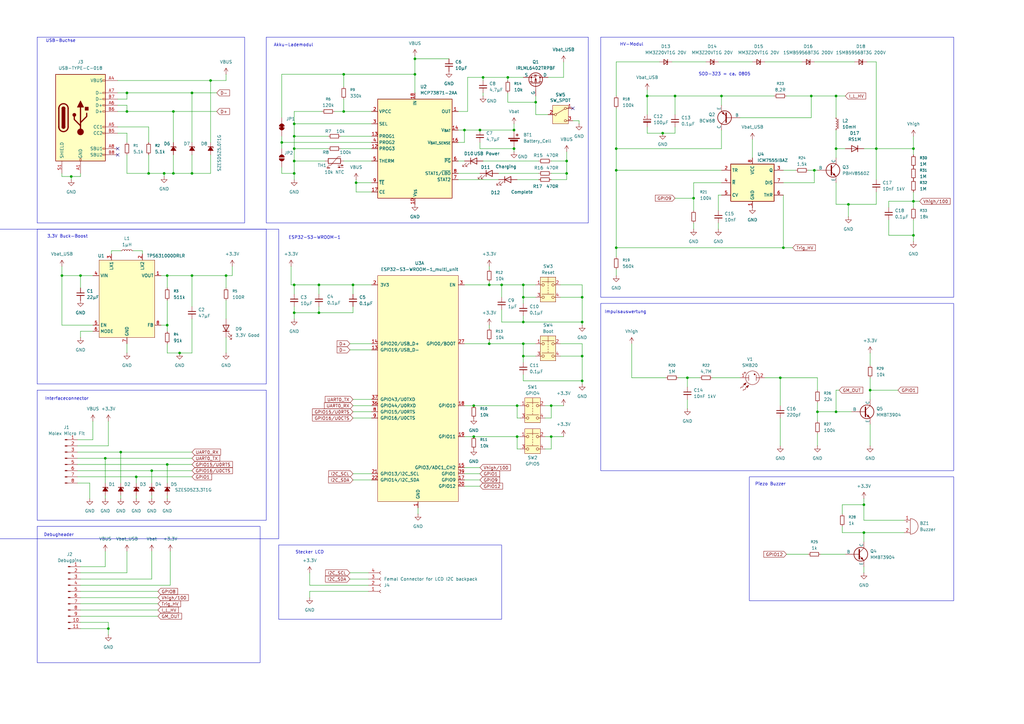
<source format=kicad_sch>
(kicad_sch (version 20250114) (generator "eeschema") (generator_version "9.0")
  (paper "A3")
  (title_block (title "Geiger-Müller Zähler") (date "2025-07-15") (rev "0.1"))
  (rectangle (start 114.3 93.98) (end -12.7 220.98))
  (rectangle (start 109.22 15.24) (end 241.3 91.44))
  (rectangle (start 15.24 160.02) (end 109.22 213.36))
  (rectangle (start 114.3 223.52) (end 205.74 254))
  (rectangle (start 15.24 93.98) (end 109.22 157.48))
  (rectangle (start 246.38 124.46) (end 391.16 193.04))
  (rectangle (start 307.34 195.58) (end 391.16 246.38))
  (rectangle (start 15.24 15.24) (end 100.33 91.44))
  (rectangle (start 246.38 15.24) (end 391.16 121.92))
  (rectangle (start 15.24 215.9) (end 106.68 271.78))
  (text "3.3V Buck-Boost" (at 27.686 97.028 0) (effects (font (size 1.27 1.27))))
  (text "Stecker LCD" (at 127 226.568 0) (effects (font (size 1.27 1.27))))
  (text "USB-Buchse" (at 24.892 16.764 0) (effects (font (size 1.27 1.27))))
  (text "Akku-Lademodul" (at 120.396 18.542 0) (effects (font (size 1.27 1.27))))
  (text "ESP32-S3-WROOM-1" (at 129.032 97.536 0) (effects (font (size 1.27 1.27))))
  (text "Impulsauswertung" (at 256.54 128.016 0) (effects (font (size 1.27 1.27))))
  (text "SOD-323 = ca. 0805" (at 297.18 30.48 0) (effects (font (size 1.27 1.27))))
  (text "HV-Modul" (at 259.08 18.288 0) (effects (font (size 1.27 1.27))))
  (text "Interfaceconnector" (at 27.432 163.576 0) (effects (font (size 1.27 1.27))))
  (text "Piezo Buzzer" (at 315.976 198.628 0) (effects (font (size 1.27 1.27))))
  (text "Debugheader" (at 24.13 219.456 0) (effects (font (size 1.27 1.27))))
  (junction (at 190.5 53.34))
  (junction (at 238.76 121.92))
  (junction (at 130.81 128.27))
  (junction (at 92.71 113.03))
  (junction (at 332.74 39.37))
  (junction (at 194.31 166.37))
  (junction (at 321.31 101.6))
  (junction (at 71.12 71.12))
  (junction (at 200.66 140.97))
  (junction (at 295.91 39.37))
  (junction (at 238.76 146.05))
  (junction (at 200.66 116.84))
  (junction (at 86.36 33.02))
  (junction (at 120.65 71.12))
  (junction (at 226.06 179.07))
  (junction (at 212.09 179.07))
  (junction (at 281.94 154.94))
  (junction (at 342.9 60.96))
  (junction (at 49.53 185.42))
  (junction (at 78.74 113.03))
  (junction (at 374.65 60.96))
  (junction (at 214.63 146.05))
  (junction (at 374.65 82.55))
  (junction (at 120.65 116.84))
  (junction (at 238.76 156.21))
  (junction (at 205.74 116.84))
  (junction (at 342.9 168.91))
  (junction (at 208.28 31.75))
  (junction (at 120.65 66.04))
  (junction (at 214.63 140.97))
  (junction (at 170.18 30.48))
  (junction (at 68.58 113.03))
  (junction (at 210.82 60.96))
  (junction (at 334.01 69.85))
  (junction (at 67.31 71.12))
  (junction (at 354.33 218.44))
  (junction (at 284.48 81.28))
  (junction (at 214.63 116.84))
  (junction (at 347.98 83.82))
  (junction (at 68.58 133.35))
  (junction (at 198.12 31.75))
  (junction (at 214.63 121.92))
  (junction (at 356.87 160.02))
  (junction (at 71.12 45.72))
  (junction (at 68.58 190.5))
  (junction (at 212.09 166.37))
  (junction (at 60.96 71.12))
  (junction (at 144.78 116.84))
  (junction (at 359.41 60.96))
  (junction (at 120.65 128.27))
  (junction (at 146.05 74.93))
  (junction (at 320.04 154.94))
  (junction (at 115.57 58.42))
  (junction (at 120.65 50.8))
  (junction (at 276.86 39.37))
  (junction (at 265.43 39.37))
  (junction (at 252.73 60.96))
  (junction (at 252.73 69.85))
  (junction (at 52.07 38.1))
  (junction (at 33.02 113.03))
  (junction (at 214.63 132.08))
  (junction (at 194.31 179.07))
  (junction (at 44.45 257.81))
  (junction (at 78.74 38.1))
  (junction (at 55.88 195.58))
  (junction (at 140.97 45.72))
  (junction (at 238.76 132.08))
  (junction (at 226.06 166.37))
  (junction (at 335.28 168.91))
  (junction (at 210.82 53.34))
  (junction (at 170.18 24.13))
  (junction (at 232.41 71.12))
  (junction (at 130.81 116.84))
  (junction (at 78.74 71.12))
  (junction (at 120.65 55.88))
  (junction (at 374.65 96.52))
  (junction (at 232.41 66.04))
  (junction (at 52.07 45.72))
  (junction (at 140.97 30.48))
  (junction (at 354.33 207.01))
  (junction (at 219.71 41.91))
  (junction (at 73.66 144.78))
  (junction (at 252.73 101.6))
  (junction (at 271.78 54.61))
  (junction (at 196.85 53.34))
  (junction (at 43.18 187.96))
  (junction (at 62.23 193.04))
  (junction (at 120.65 60.96))
  (junction (at 25.4 113.03))
  (junction (at 342.9 39.37))
  (junction (at 29.21 72.39))
  (no_connect (at 495.3 -2.54))
  (no_connect (at 495.3 40.64))
  (no_connect (at 48.26 63.5))
  (no_connect (at 495.3 50.8))
  (no_connect (at 495.3 5.08))
  (no_connect (at 495.3 43.18))
  (no_connect (at 495.3 45.72))
  (no_connect (at 495.3 27.94))
  (no_connect (at 495.3 15.24))
  (no_connect (at 495.3 38.1))
  (no_connect (at 495.3 2.54))
  (no_connect (at 495.3 48.26))
  (no_connect (at 234.95 44.45))
  (no_connect (at 495.3 0))
  (no_connect (at 495.3 10.16))
  (no_connect (at 495.3 12.7))
  (no_connect (at 495.3 35.56))
  (no_connect (at 495.3 20.32))
  (no_connect (at 495.3 7.62))
  (no_connect (at 495.3 17.78))
  (no_connect (at 495.3 30.48))
  (no_connect (at 495.3 33.02))
  (no_connect (at 495.3 22.86))
  (no_connect (at 48.26 60.96))
  (no_connect (at 495.3 25.4))
  (wire (pts (xy 237.49 49.53) (xy 234.95 49.53)))
  (wire (pts (xy 238.76 132.08) (xy 238.76 133.35)))
  (wire (pts (xy 212.09 73.66) (xy 220.98 73.66)))
  (wire (pts (xy 144.78 194.31) (xy 152.4 194.31)))
  (wire (pts (xy 238.76 121.92) (xy 238.76 132.08)))
  (wire (pts (xy 342.9 60.96) (xy 342.9 64.77)))
  (wire (pts (xy 238.76 156.21) (xy 238.76 157.48)))
  (wire (pts (xy 374.65 90.17) (xy 374.65 96.52)))
  (wire (pts (xy 52.07 71.12) (xy 60.96 71.12)))
  (wire (pts (xy 295.91 39.37) (xy 295.91 43.18)))
  (wire (pts (xy 284.48 91.44) (xy 284.48 93.98)))
  (wire (pts (xy 354.33 60.96) (xy 359.41 60.96)))
  (wire (pts (xy 33.02 135.89) (xy 33.02 138.43)))
  (wire (pts (xy 120.65 66.04) (xy 120.65 71.12)))
  (wire (pts (xy 200.66 116.84) (xy 190.5 116.84)))
  (wire (pts (xy 36.83 198.12) (xy 31.75 198.12)))
  (wire (pts (xy 68.58 123.19) (xy 68.58 133.35)))
  (wire (pts (xy 226.06 71.12) (xy 232.41 71.12)))
  (wire (pts (xy 336.55 227.33) (xy 346.71 227.33)))
  (wire (pts (xy 78.74 38.1) (xy 78.74 58.42)))
  (wire (pts (xy 139.7 55.88) (xy 152.4 55.88)))
  (wire (pts (xy 271.78 54.61) (xy 276.86 54.61)))
  (wire (pts (xy 68.58 190.5) (xy 78.74 190.5)))
  (wire (pts (xy 86.36 71.12) (xy 78.74 71.12)))
  (wire (pts (xy 284.48 74.93) (xy 295.91 74.93)))
  (wire (pts (xy 281.94 154.94) (xy 281.94 158.75)))
  (wire (pts (xy 33.02 250.19) (xy 64.77 250.19)))
  (wire (pts (xy 200.66 139.7) (xy 200.66 140.97)))
  (wire (pts (xy 71.12 71.12) (xy 67.31 71.12)))
  (wire (pts (xy 226.06 171.45) (xy 226.06 166.37)))
  (wire (pts (xy 231.14 179.07) (xy 226.06 179.07)))
  (wire (pts (xy 342.9 53.34) (xy 342.9 60.96)))
  (wire (pts (xy 229.87 116.84) (xy 238.76 116.84)))
  (wire (pts (xy 140.97 30.48) (xy 140.97 35.56)))
  (wire (pts (xy 71.12 63.5) (xy 71.12 71.12)))
  (wire (pts (xy 52.07 63.5) (xy 52.07 71.12)))
  (wire (pts (xy 223.52 179.07) (xy 226.06 179.07)))
  (wire (pts (xy 232.41 71.12) (xy 232.41 73.66)))
  (wire (pts (xy 52.07 54.61) (xy 48.26 54.61)))
  (wire (pts (xy 170.18 24.13) (xy 184.15 24.13)))
  (wire (pts (xy 194.31 179.07) (xy 212.09 179.07)))
  (wire (pts (xy 190.5 58.42) (xy 190.5 53.34)))
  (wire (pts (xy 238.76 116.84) (xy 238.76 121.92)))
  (wire (pts (xy 335.28 160.02) (xy 335.28 154.94)))
  (wire (pts (xy 68.58 203.2) (xy 68.58 204.47)))
  (wire (pts (xy 33.02 242.57) (xy 64.77 242.57)))
  (wire (pts (xy 276.86 39.37) (xy 295.91 39.37)))
  (wire (pts (xy 62.23 193.04) (xy 62.23 198.12)))
  (wire (pts (xy 226.06 73.66) (xy 232.41 73.66)))
  (wire (pts (xy 194.31 166.37) (xy 212.09 166.37)))
  (wire (pts (xy 78.74 113.03) (xy 78.74 125.73)))
  (wire (pts (xy 52.07 45.72) (xy 71.12 45.72)))
  (wire (pts (xy 120.65 66.04) (xy 133.35 66.04)))
  (wire (pts (xy 359.41 60.96) (xy 359.41 73.66)))
  (wire (pts (xy 190.5 194.31) (xy 196.85 194.31)))
  (wire (pts (xy 140.97 66.04) (xy 152.4 66.04)))
  (wire (pts (xy 198.12 31.75) (xy 198.12 33.02)))
  (wire (pts (xy 332.74 39.37) (xy 332.74 48.26)))
  (wire (pts (xy 78.74 71.12) (xy 71.12 71.12)))
  (wire (pts (xy 55.88 195.58) (xy 55.88 198.12)))
  (wire (pts (xy 171.45 208.28) (xy 171.45 210.82)))
  (wire (pts (xy 321.31 101.6) (xy 325.12 101.6)))
  (wire (pts (xy 36.83 204.47) (xy 36.83 198.12)))
  (wire (pts (xy 44.45 172.72) (xy 44.45 182.88)))
  (wire (pts (xy 342.9 39.37) (xy 332.74 39.37)))
  (wire (pts (xy 48.26 33.02) (xy 86.36 33.02)))
  (wire (pts (xy 140.97 30.48) (xy 170.18 30.48)))
  (wire (pts (xy 374.65 96.52) (xy 374.65 99.06)))
  (wire (pts (xy 374.65 60.96) (xy 374.65 63.5)))
  (wire (pts (xy 294.64 80.01) (xy 295.91 80.01)))
  (wire (pts (xy 335.28 168.91) (xy 335.28 165.1)))
  (wire (pts (xy 43.18 187.96) (xy 78.74 187.96)))
  (wire (pts (xy 356.87 160.02) (xy 368.3 160.02)))
  (wire (pts (xy 364.49 85.09) (xy 364.49 82.55)))
  (wire (pts (xy 48.26 43.18) (xy 52.07 43.18)))
  (wire (pts (xy 44.45 257.81) (xy 44.45 255.27)))
  (wire (pts (xy 294.64 80.01) (xy 294.64 86.36)))
  (wire (pts (xy 78.74 144.78) (xy 73.66 144.78)))
  (wire (pts (xy 52.07 140.97) (xy 52.07 144.78)))
  (wire (pts (xy 354.33 213.36) (xy 370.84 213.36)))
  (wire (pts (xy 214.63 146.05) (xy 214.63 148.59)))
  (wire (pts (xy 364.49 82.55) (xy 374.65 82.55)))
  (wire (pts (xy 67.31 71.12) (xy 67.31 72.39)))
  (wire (pts (xy 214.63 146.05) (xy 219.71 146.05)))
  (wire (pts (xy 43.18 203.2) (xy 43.18 204.47)))
  (wire (pts (xy 364.49 90.17) (xy 364.49 96.52)))
  (wire (pts (xy 238.76 140.97) (xy 238.76 146.05)))
  (wire (pts (xy 25.4 71.12) (xy 25.4 72.39)))
  (wire (pts (xy 289.56 25.4) (xy 275.59 25.4)))
  (wire (pts (xy 48.26 52.07) (xy 60.96 52.07)))
  (wire (pts (xy 295.91 60.96) (xy 295.91 53.34)))
  (wire (pts (xy 92.71 113.03) (xy 95.25 113.03)))
  (wire (pts (xy 342.9 39.37) (xy 346.71 39.37)))
  (wire (pts (xy 232.41 62.23) (xy 232.41 66.04)))
  (wire (pts (xy 130.81 128.27) (xy 144.78 128.27)))
  (wire (pts (xy 170.18 30.48) (xy 170.18 38.1)))
  (wire (pts (xy 214.63 132.08) (xy 238.76 132.08)))
  (wire (pts (xy 62.23 203.2) (xy 62.23 204.47)))
  (wire (pts (xy 144.78 163.83) (xy 152.4 163.83)))
  (wire (pts (xy 214.63 116.84) (xy 214.63 121.92)))
  (wire (pts (xy 354.33 232.41) (xy 354.33 234.95)))
  (wire (pts (xy 214.63 121.92) (xy 214.63 124.46)))
  (wire (pts (xy 144.78 166.37) (xy 152.4 166.37)))
  (wire (pts (xy 60.96 52.07) (xy 60.96 58.42)))
  (wire (pts (xy 143.51 140.97) (xy 152.4 140.97)))
  (wire (pts (xy 223.52 166.37) (xy 226.06 166.37)))
  (wire (pts (xy 49.53 203.2) (xy 49.53 204.47)))
  (wire (pts (xy 33.02 257.81) (xy 44.45 257.81)))
  (wire (pts (xy 335.28 154.94) (xy 320.04 154.94)))
  (wire (pts (xy 270.51 25.4) (xy 252.73 25.4)))
  (wire (pts (xy 170.18 24.13) (xy 170.18 30.48)))
  (wire (pts (xy 115.57 30.48) (xy 140.97 30.48)))
  (wire (pts (xy 119.38 109.22) (xy 119.38 116.84)))
  (wire (pts (xy 313.69 25.4) (xy 328.93 25.4)))
  (wire (pts (xy 238.76 146.05) (xy 238.76 156.21)))
  (wire (pts (xy 212.09 166.37) (xy 212.09 171.45)))
  (wire (pts (xy 33.02 255.27) (xy 44.45 255.27)))
  (wire (pts (xy 237.49 50.8) (xy 237.49 49.53)))
  (wire (pts (xy 190.5 191.77) (xy 196.85 191.77)))
  (wire (pts (xy 49.53 185.42) (xy 78.74 185.42)))
  (wire (pts (xy 120.65 60.96) (xy 134.62 60.96)))
  (wire (pts (xy 29.21 72.39) (xy 33.02 72.39)))
  (wire (pts (xy 214.63 140.97) (xy 214.63 146.05)))
  (wire (pts (xy 345.44 215.9) (xy 345.44 218.44)))
  (wire (pts (xy 92.71 30.48) (xy 92.71 33.02)))
  (wire (pts (xy 226.06 166.37) (xy 231.14 166.37)))
  (wire (pts (xy 229.87 146.05) (xy 238.76 146.05)))
  (wire (pts (xy 68.58 113.03) (xy 78.74 113.03)))
  (wire (pts (xy 252.73 60.96) (xy 295.91 60.96)))
  (wire (pts (xy 62.23 226.06) (xy 62.23 237.49)))
  (wire (pts (xy 359.41 25.4) (xy 355.6 25.4)))
  (wire (pts (xy 374.65 82.55) (xy 377.19 82.55)))
  (wire (pts (xy 48.26 40.64) (xy 52.07 40.64)))
  (wire (pts (xy 31.75 187.96) (xy 43.18 187.96)))
  (wire (pts (xy 78.74 38.1) (xy 88.9 38.1)))
  (wire (pts (xy 49.53 102.87) (xy 45.72 102.87)))
  (wire (pts (xy 115.57 71.12) (xy 120.65 71.12)))
  (wire (pts (xy 31.75 190.5) (xy 68.58 190.5)))
  (wire (pts (xy 231.14 31.75) (xy 224.79 31.75)))
  (wire (pts (xy 33.02 245.11) (xy 64.77 245.11)))
  (wire (pts (xy 139.7 60.96) (xy 152.4 60.96)))
  (wire (pts (xy 48.26 45.72) (xy 52.07 45.72)))
  (wire (pts (xy 44.45 182.88) (xy 31.75 182.88)))
  (wire (pts (xy 92.71 113.03) (xy 92.71 118.11)))
  (wire (pts (xy 198.12 38.1) (xy 198.12 39.37)))
  (wire (pts (xy 62.23 237.49) (xy 33.02 237.49)))
  (wire (pts (xy 62.23 193.04) (xy 78.74 193.04)))
  (wire (pts (xy 127 234.95) (xy 127 240.03)))
  (wire (pts (xy 334.01 74.93) (xy 334.01 69.85)))
  (wire (pts (xy 143.51 143.51) (xy 152.4 143.51)))
  (wire (pts (xy 198.12 31.75) (xy 208.28 31.75)))
  (wire (pts (xy 144.78 116.84) (xy 144.78 120.65)))
  (wire (pts (xy 321.31 74.93) (xy 334.01 74.93)))
  (wire (pts (xy 226.06 66.04) (xy 232.41 66.04)))
  (wire (pts (xy 68.58 190.5) (xy 68.58 198.12)))
  (wire (pts (xy 58.42 102.87) (xy 58.42 104.14)))
  (wire (pts (xy 226.06 184.15) (xy 226.06 179.07)))
  (wire (pts (xy 214.63 156.21) (xy 238.76 156.21)))
  (wire (pts (xy 205.74 132.08) (xy 214.63 132.08)))
  (wire (pts (xy 52.07 38.1) (xy 78.74 38.1)))
  (wire (pts (xy 295.91 39.37) (xy 317.5 39.37)))
  (wire (pts (xy 321.31 80.01) (xy 321.31 101.6)))
  (wire (pts (xy 143.51 234.95) (xy 151.13 234.95)))
  (wire (pts (xy 284.48 81.28) (xy 284.48 86.36)))
  (wire (pts (xy 265.43 39.37) (xy 276.86 39.37)))
  (wire (pts (xy 152.4 74.93) (xy 146.05 74.93)))
  (wire (pts (xy 342.9 168.91) (xy 349.25 168.91)))
  (wire (pts (xy 187.96 73.66) (xy 204.47 73.66)))
  (wire (pts (xy 252.73 110.49) (xy 252.73 113.03)))
  (wire (pts (xy 44.45 260.35) (xy 44.45 257.81)))
  (wire (pts (xy 356.87 144.78) (xy 356.87 149.86)))
  (wire (pts (xy 115.57 71.12) (xy 115.57 68.58)))
  (wire (pts (xy 120.65 55.88) (xy 120.65 60.96)))
  (wire (pts (xy 187.96 71.12) (xy 196.85 71.12)))
  (wire (pts (xy 120.65 116.84) (xy 119.38 116.84)))
  (wire (pts (xy 213.36 184.15) (xy 212.09 184.15)))
  (wire (pts (xy 71.12 45.72) (xy 88.9 45.72)))
  (wire (pts (xy 69.85 240.03) (xy 33.02 240.03)))
  (wire (pts (xy 152.4 78.74) (xy 146.05 78.74)))
  (wire (pts (xy 374.65 82.55) (xy 374.65 85.09)))
  (wire (pts (xy 232.41 66.04) (xy 232.41 71.12)))
  (wire (pts (xy 120.65 125.73) (xy 120.65 128.27)))
  (wire (pts (xy 140.97 40.64) (xy 140.97 45.72)))
  (wire (pts (xy 152.4 58.42) (xy 115.57 58.42)))
  (wire (pts (xy 115.57 30.48) (xy 115.57 48.26)))
  (wire (pts (xy 252.73 101.6) (xy 321.31 101.6)))
  (wire (pts (xy 354.33 218.44) (xy 370.84 218.44)))
  (wire (pts (xy 212.09 171.45) (xy 213.36 171.45)))
  (wire (pts (xy 342.9 83.82) (xy 347.98 83.82)))
  (wire (pts (xy 151.13 242.57) (xy 127 242.57)))
  (wire (pts (xy 187.96 66.04) (xy 190.5 66.04)))
  (wire (pts (xy 68.58 144.78) (xy 73.66 144.78)))
  (wire (pts (xy 374.65 60.96) (xy 359.41 60.96)))
  (wire (pts (xy 48.26 38.1) (xy 52.07 38.1)))
  (wire (pts (xy 359.41 60.96) (xy 359.41 25.4)))
  (wire (pts (xy 208.28 41.91) (xy 219.71 41.91)))
  (wire (pts (xy 120.65 116.84) (xy 130.81 116.84)))
  (wire (pts (xy 335.28 182.88) (xy 335.28 177.8)))
  (wire (pts (xy 191.77 31.75) (xy 191.77 45.72)))
  (wire (pts (xy 342.9 160.02) (xy 344.17 160.02)))
  (wire (pts (xy 68.58 113.03) (xy 68.58 118.11)))
  (wire (pts (xy 342.9 60.96) (xy 346.71 60.96)))
  (wire (pts (xy 120.65 50.8) (xy 120.65 55.88)))
  (wire (pts (xy 31.75 185.42) (xy 49.53 185.42)))
  (wire (pts (xy 320.04 171.45) (xy 320.04 182.88)))
  (wire (pts (xy 55.88 195.58) (xy 78.74 195.58)))
  (wire (pts (xy 86.36 33.02) (xy 86.36 58.42)))
  (wire (pts (xy 52.07 58.42) (xy 52.07 54.61)))
  (wire (pts (xy 374.65 78.74) (xy 374.65 82.55)))
  (wire (pts (xy 146.05 74.93) (xy 146.05 78.74)))
  (wire (pts (xy 210.82 62.23) (xy 210.82 60.96)))
  (wire (pts (xy 33.02 113.03) (xy 38.1 113.03)))
  (wire (pts (xy 259.08 154.94) (xy 273.05 154.94)))
  (wire (pts (xy 265.43 39.37) (xy 265.43 46.99)))
  (wire (pts (xy 52.07 43.18) (xy 52.07 45.72)))
  (wire (pts (xy 284.48 74.93) (xy 284.48 81.28)))
  (wire (pts (xy 332.74 48.26) (xy 303.53 48.26)))
  (wire (pts (xy 354.33 204.47) (xy 354.33 207.01)))
  (wire (pts (xy 332.74 39.37) (xy 322.58 39.37)))
  (wire (pts (xy 219.71 41.91) (xy 219.71 39.37)))
  (wire (pts (xy 231.14 25.4) (xy 231.14 31.75)))
  (wire (pts (xy 60.96 71.12) (xy 60.96 63.5)))
  (wire (pts (xy 321.31 69.85) (xy 326.39 69.85)))
  (wire (pts (xy 320.04 154.94) (xy 320.04 166.37)))
  (wire (pts (xy 252.73 60.96) (xy 252.73 69.85)))
  (wire (pts (xy 208.28 31.75) (xy 214.63 31.75)))
  (wire (pts (xy 356.87 173.99) (xy 356.87 182.88)))
  (wire (pts (xy 146.05 73.66) (xy 146.05 74.93)))
  (wire (pts (xy 137.16 45.72) (xy 140.97 45.72)))
  (wire (pts (xy 191.77 45.72) (xy 187.96 45.72)))
  (wire (pts (xy 205.74 127) (xy 205.74 132.08)))
  (wire (pts (xy 252.73 101.6) (xy 252.73 105.41)))
  (wire (pts (xy 259.08 140.97) (xy 259.08 154.94)))
  (wire (pts (xy 345.44 210.82) (xy 345.44 207.01)))
  (wire (pts (xy 200.66 110.49) (xy 200.66 109.22)))
  (wire (pts (xy 120.65 71.12) (xy 120.65 73.66)))
  (wire (pts (xy 252.73 25.4) (xy 252.73 39.37)))
  (wire (pts (xy 144.78 196.85) (xy 152.4 196.85)))
  (wire (pts (xy 43.18 232.41) (xy 33.02 232.41)))
  (wire (pts (xy 252.73 69.85) (xy 295.91 69.85)))
  (wire (pts (xy 52.07 234.95) (xy 33.02 234.95)))
  (wire (pts (xy 374.65 55.88) (xy 374.65 60.96)))
  (wire (pts (xy 364.49 96.52) (xy 374.65 96.52)))
  (wire (pts (xy 86.36 33.02) (xy 92.71 33.02)))
  (wire (pts (xy 347.98 83.82) (xy 359.41 83.82)))
  (wire (pts (xy 345.44 218.44) (xy 354.33 218.44)))
  (wire (pts (xy 68.58 133.35) (xy 68.58 135.89)))
  (wire (pts (xy 190.5 53.34) (xy 196.85 53.34)))
  (wire (pts (xy 342.9 168.91) (xy 342.9 160.02)))
  (wire (pts (xy 143.51 237.49) (xy 151.13 237.49)))
  (wire (pts (xy 308.61 57.15) (xy 308.61 64.77)))
  (wire (pts (xy 120.65 55.88) (xy 134.62 55.88)))
  (wire (pts (xy 294.64 91.44) (xy 294.64 93.98)))
  (wire (pts (xy 212.09 166.37) (xy 213.36 166.37)))
  (wire (pts (xy 52.07 226.06) (xy 52.07 234.95)))
  (wire (pts (xy 71.12 45.72) (xy 71.12 58.42)))
  (wire (pts (xy 144.78 116.84) (xy 152.4 116.84)))
  (wire (pts (xy 120.65 116.84) (xy 120.65 120.65)))
  (wire (pts (xy 210.82 50.8) (xy 210.82 53.34)))
  (wire (pts (xy 214.63 121.92) (xy 219.71 121.92)))
  (wire (pts (xy 198.12 66.04) (xy 220.98 66.04)))
  (wire (pts (xy 204.47 71.12) (xy 220.98 71.12)))
  (wire (pts (xy 276.86 54.61) (xy 276.86 52.07)))
  (wire (pts (xy 64.77 252.73) (xy 33.02 252.73)))
  (wire (pts (xy 196.85 60.96) (xy 210.82 60.96)))
  (wire (pts (xy 205.74 116.84) (xy 200.66 116.84)))
  (wire (pts (xy 45.72 102.87) (xy 45.72 104.14)))
  (wire (pts (xy 120.65 45.72) (xy 120.65 50.8)))
  (wire (pts (xy 25.4 133.35) (xy 38.1 133.35)))
  (wire (pts (xy 67.31 71.12) (xy 60.96 71.12)))
  (wire (pts (xy 265.43 52.07) (xy 265.43 54.61)))
  (wire (pts (xy 342.9 39.37) (xy 342.9 48.26)))
  (wire (pts (xy 212.09 179.07) (xy 213.36 179.07)))
  (wire (pts (xy 33.02 113.03) (xy 33.02 118.11)))
  (wire (pts (xy 43.18 226.06) (xy 43.18 232.41)))
  (wire (pts (xy 354.33 218.44) (xy 354.33 222.25)))
  (wire (pts (xy 49.53 185.42) (xy 49.53 198.12)))
  (wire (pts (xy 265.43 54.61) (xy 271.78 54.61)))
  (wire (pts (xy 214.63 129.54) (xy 214.63 132.08)))
  (wire (pts (xy 25.4 72.39) (xy 29.21 72.39)))
  (wire (pts (xy 66.04 113.03) (xy 68.58 113.03)))
  (wire (pts (xy 69.85 226.06) (xy 69.85 240.03)))
  (wire (pts (xy 350.52 25.4) (xy 334.01 25.4)))
  (wire (pts (xy 68.58 133.35) (xy 66.04 133.35)))
  (wire (pts (xy 151.13 240.03) (xy 127 240.03)))
  (wire (pts (xy 223.52 184.15) (xy 226.06 184.15)))
  (wire (pts (xy 190.5 199.39) (xy 196.85 199.39)))
  (wire (pts (xy 214.63 140.97) (xy 219.71 140.97)))
  (wire (pts (xy 78.74 130.81) (xy 78.74 144.78)))
  (wire (pts (xy 25.4 113.03) (xy 33.02 113.03)))
  (wire (pts (xy 265.43 39.37) (xy 265.43 36.83)))
  (wire (pts (xy 54.61 102.87) (xy 58.42 102.87)))
  (wire (pts (xy 130.81 116.84) (xy 130.81 120.65)))
  (wire (pts (xy 200.66 115.57) (xy 200.66 116.84)))
  (wire (pts (xy 200.66 140.97) (xy 190.5 140.97)))
  (wire (pts (xy 38.1 172.72) (xy 38.1 180.34)))
  (wire (pts (xy 78.74 113.03) (xy 92.71 113.03)))
  (wire (pts (xy 320.04 154.94) (xy 313.69 154.94)))
  (wire (pts (xy 205.74 116.84) (xy 205.74 121.92)))
  (wire (pts (xy 334.01 69.85) (xy 335.28 69.85)))
  (wire (pts (xy 190.5 166.37) (xy 194.31 166.37)))
  (wire (pts (xy 68.58 140.97) (xy 68.58 144.78)))
  (wire (pts (xy 354.33 207.01) (xy 354.33 213.36)))
  (wire (pts (xy 219.71 46.99) (xy 224.79 46.99)))
  (wire (pts (xy 335.28 168.91) (xy 342.9 168.91)))
  (wire (pts (xy 190.5 179.07) (xy 194.31 179.07)))
  (wire (pts (xy 132.08 45.72) (xy 120.65 45.72)))
  (wire (pts (xy 229.87 140.97) (xy 238.76 140.97)))
  (wire (pts (xy 200.66 133.35) (xy 200.66 134.62)))
  (wire (pts (xy 86.36 63.5) (xy 86.36 71.12)))
  (wire (pts (xy 190.5 196.85) (xy 196.85 196.85)))
  (wire (pts (xy 25.4 113.03) (xy 25.4 133.35)))
  (wire (pts (xy 120.65 50.8) (xy 152.4 50.8)))
  (wire (pts (xy 356.87 160.02) (xy 356.87 163.83)))
  (wire (pts (xy 356.87 154.94) (xy 356.87 160.02)))
  (wire (pts (xy 281.94 154.94) (xy 287.02 154.94)))
  (wire (pts (xy 214.63 153.67) (xy 214.63 156.21)))
  (wire (pts (xy 115.57 55.88) (xy 115.57 58.42)))
  (wire (pts (xy 170.18 24.13) (xy 170.18 22.86)))
  (wire (pts (xy 345.44 207.01) (xy 354.33 207.01)))
  (wire (pts (xy 140.97 45.72) (xy 152.4 45.72)))
  (wire (pts (xy 187.96 53.34) (xy 190.5 53.34)))
  (wire (pts (xy 212.09 184.15) (xy 212.09 179.07)))
  (wire (pts (xy 276.86 81.28) (xy 284.48 81.28)))
  (wire (pts (xy 38.1 135.89) (xy 33.02 135.89)))
  (wire (pts (xy 252.73 69.85) (xy 252.73 101.6)))
  (wire (pts (xy 120.65 128.27) (xy 130.81 128.27)))
  (wire (pts (xy 127 242.57) (xy 127 245.11)))
  (wire (pts (xy 292.1 154.94) (xy 303.53 154.94)))
  (wire (pts (xy 278.13 154.94) (xy 281.94 154.94)))
  (wire (pts (xy 31.75 195.58) (xy 55.88 195.58)))
  (wire (pts (xy 31.75 193.04) (xy 62.23 193.04)))
  (wire (pts (xy 144.78 168.91) (xy 152.4 168.91)))
  (wire (pts (xy 29.21 72.39) (xy 29.21 73.66)))
  (wire (pts (xy 200.66 140.97) (xy 214.63 140.97)))
  (wire (pts (xy 187.96 58.42) (xy 190.5 58.42)))
  (wire (pts (xy 342.9 74.93) (xy 342.9 83.82)))
  (wire (pts (xy 144.78 128.27) (xy 144.78 125.73)))
  (wire (pts (xy 208.28 38.1) (xy 208.28 41.91)))
  (wire (pts (xy 196.85 58.42) (xy 196.85 60.96)))
  (wire (pts (xy 25.4 109.22) (xy 25.4 113.03)))
  (wire (pts (xy 331.47 69.85) (xy 334.01 69.85)))
  (wire (pts (xy 347.98 83.82) (xy 347.98 88.9)))
  (wire (pts (xy 78.74 63.5) (xy 78.74 71.12)))
  (wire (pts (xy 38.1 180.34) (xy 31.75 180.34)))
  (wire (pts (xy 130.81 116.84) (xy 144.78 116.84)))
  (wire (pts (xy 130.81 128.27) (xy 130.81 125.73)))
  (wire (pts (xy 219.71 41.91) (xy 219.71 46.99)))
  (wire (pts (xy 223.52 171.45) (xy 226.06 171.45)))
  (wire (pts (xy 144.78 171.45) (xy 152.4 171.45)))
  (wire (pts (xy 359.41 83.82) (xy 359.41 78.74)))
  (wire (pts (xy 52.07 40.64) (xy 52.07 38.1)))
  (wire (pts (xy 276.86 39.37) (xy 276.86 46.99)))
  (wire (pts (xy 198.12 31.75) (xy 191.77 31.75)))
  (wire (pts (xy 43.18 187.96) (xy 43.18 198.12)))
  (wire (pts (xy 205.74 116.84) (xy 214.63 116.84)))
  (wire (pts (xy 120.65 60.96) (xy 120.65 66.04)))
  (wire (pts (xy 120.65 128.27) (xy 120.65 130.81)))
  (wire (pts (xy 196.85 53.34) (xy 210.82 53.34)))
  (wire (pts (xy 322.58 227.33) (xy 331.47 227.33)))
  (wire (pts (xy 208.28 31.75) (xy 208.28 33.02)))
  (wire (pts (xy 335.28 172.72) (xy 335.28 168.91)))
  (wire (pts (xy 214.63 116.84) (xy 219.71 116.84)))
  (wire (pts (xy 33.02 72.39) (xy 33.02 71.12)))
  (wire (pts (xy 33.02 247.65) (xy 64.77 247.65)))
  (wire (pts (xy 92.71 138.43) (xy 92.71 144.78)))
  (wire (pts (xy 252.73 44.45) (xy 252.73 60.96)))
  (wire (pts (xy 92.71 123.19) (xy 92.71 130.81)))
  (wire (pts (xy 55.88 203.2) (xy 55.88 204.47)))
  (wire (pts (xy 115.57 58.42) (xy 115.57 60.96)))
  (wire (pts (xy 95.25 113.03) (xy 95.25 109.22)))
  (wire (pts (xy 229.87 121.92) (xy 238.76 121.92)))
  (wire (pts (xy 294.64 25.4) (xy 308.61 25.4)))
  (wire (pts (xy 281.94 163.83) (xy 281.94 167.64)))
  (global_label "GPIO1" (shape input) (at 368.3 160.02 0) (property "Intersheetrefs" "${INTERSHEET_REFS}" (effects (hide yes))))
  (global_label "GPIO8" (shape input) (at 64.77 242.57 0) (property "Intersheetrefs" "${INTERSHEET_REFS}" (effects (hide yes))))
  (global_label "Vhigh{slash}100" (shape input) (at 64.77 245.11 0) (property "Intersheetrefs" "${INTERSHEET_REFS}" (effects (hide yes))))
  (global_label "GM_OUT" (shape input) (at 344.17 160.02 0) (property "Intersheetrefs" "${INTERSHEET_REFS}" (effects (hide yes))))
  (global_label "UART0_RX" (shape input) (at 78.74 185.42 0) (property "Intersheetrefs" "${INTERSHEET_REFS}" (effects (hide yes))))
  (global_label "I2C_SCL" (shape input) (at 143.51 234.95 180) (property "Intersheetrefs" "${INTERSHEET_REFS}" (effects (hide yes))))
  (global_label "GPIO1" (shape input) (at 196.85 194.31 0) (property "Intersheetrefs" "${INTERSHEET_REFS}" (effects (hide yes))))
  (global_label "GPIO9" (shape input) (at 196.85 196.85 0) (property "Intersheetrefs" "${INTERSHEET_REFS}" (effects (hide yes))))
  (global_label "I2C_SDA" (shape input) (at 143.51 237.49 180) (property "Intersheetrefs" "${INTERSHEET_REFS}" (effects (hide yes))))
  (global_label "D+" (shape input) (at 143.51 140.97 180) (property "Intersheetrefs" "${INTERSHEET_REFS}" (effects (hide yes))))
  (global_label "D+" (shape input) (at 88.9 45.72 0) (property "Intersheetrefs" "${INTERSHEET_REFS}" (effects (hide yes))))
  (global_label "GPIO15{slash}U0RTS" (shape input) (at 78.74 190.5 0) (property "Intersheetrefs" "${INTERSHEET_REFS}" (effects (hide yes))))
  (global_label "GM_OUT" (shape input) (at 64.77 252.73 0) (property "Intersheetrefs" "${INTERSHEET_REFS}" (effects (hide yes))))
  (global_label "GPIO12" (shape input) (at 322.58 227.33 180) (property "Intersheetrefs" "${INTERSHEET_REFS}" (effects (hide yes))))
  (global_label "I2C_SCL" (shape input) (at 144.78 194.31 180) (property "Intersheetrefs" "${INTERSHEET_REFS}" (effects (hide yes))))
  (global_label "GPIO12" (shape input) (at 196.85 199.39 0) (property "Intersheetrefs" "${INTERSHEET_REFS}" (effects (hide yes))))
  (global_label "Vhigh{slash}100" (shape input) (at 196.85 191.77 0) (property "Intersheetrefs" "${INTERSHEET_REFS}" (effects (hide yes))))
  (global_label "GPIO16{slash}U0CTS" (shape input) (at 78.74 193.04 0) (property "Intersheetrefs" "${INTERSHEET_REFS}" (effects (hide yes))))
  (global_label "UART0_TX" (shape input) (at 78.74 187.96 0) (property "Intersheetrefs" "${INTERSHEET_REFS}" (effects (hide yes))))
  (global_label "GPIO9" (shape input) (at 276.86 81.28 180) (property "Intersheetrefs" "${INTERSHEET_REFS}" (effects (hide yes))))
  (global_label "UART0_TX" (shape input) (at 144.78 163.83 180) (property "Intersheetrefs" "${INTERSHEET_REFS}" (effects (hide yes))))
  (global_label "D-" (shape input) (at 88.9 38.1 0) (property "Intersheetrefs" "${INTERSHEET_REFS}" (effects (hide yes))))
  (global_label "I2C_SDA" (shape input) (at 144.78 196.85 180) (property "Intersheetrefs" "${INTERSHEET_REFS}" (effects (hide yes))))
  (global_label "UART0_RX" (shape input) (at 144.78 166.37 180) (property "Intersheetrefs" "${INTERSHEET_REFS}" (effects (hide yes))))
  (global_label "Trig_HV" (shape input) (at 64.77 247.65 0) (property "Intersheetrefs" "${INTERSHEET_REFS}" (effects (hide yes))))
  (global_label "Trig_HV" (shape input) (at 325.12 101.6 0) (property "Intersheetrefs" "${INTERSHEET_REFS}" (effects (hide yes))))
  (global_label "GPIO16{slash}U0CTS" (shape input) (at 144.78 171.45 180) (property "Intersheetrefs" "${INTERSHEET_REFS}" (effects (hide yes))))
  (global_label "I_L_HV" (shape input) (at 346.71 39.37 0) (property "Intersheetrefs" "${INTERSHEET_REFS}" (effects (hide yes))))
  (global_label "GPIO1" (shape input) (at 78.74 195.58 0) (property "Intersheetrefs" "${INTERSHEET_REFS}" (effects (hide yes))))
  (global_label "GPIO15{slash}U0RTS" (shape input) (at 144.78 168.91 180) (property "Intersheetrefs" "${INTERSHEET_REFS}" (effects (hide yes))))
  (global_label "I_L_HV" (shape input) (at 64.77 250.19 0) (property "Intersheetrefs" "${INTERSHEET_REFS}" (effects (hide yes))))
  (global_label "Vhigh{slash}100" (shape input) (at 377.19 82.55 0) (property "Intersheetrefs" "${INTERSHEET_REFS}" (effects (hide yes))))
  (global_label "D-" (shape input) (at 143.51 143.51 180) (property "Intersheetrefs" "${INTERSHEET_REFS}" (effects (hide yes))))
  (symbol (lib_id "Device:C_Polarized_Small") (at 265.43 49.53 0) (unit 1)
    (property "Reference" "C12" (at 267.97 47.7138 0) (effects (justify left)))
    (property "Value" "100µF" (at 267.97 50.2538 0) (effects (justify left)))
    (property "Footprint" "Capacitor_SMD:CP_Elec_6.3x5.9" (effects (hide yes)))
    (property "Datasheet" "https://www.mouser.at/ProductDetail/Wurth-Elektronik/875105344010?qs=0KOYDY2FL2%2F64TGt8E3UEQ%3D%3D" (effects (hide yes)))
    (property "Description" "Polarized capacitor, small symbol" (effects (hide yes)))
  )
  (symbol (lib_id "Device:D_Zener_Small_Filled") (at 62.23 200.66 270) (unit 1)
    (property "Reference" "D4" (at 66.294 198.628 90) (effects (justify right)))
    (property "Value" "SZESD5Z3.3T1G" (effects (hide yes)))
    (property "Footprint" "Diode_SMD:D_SOD-523" (effects (hide yes)))
    (property "Datasheet" "https://www.mouser.at/ProductDetail/onsemi/SZESD5Z3.3T1G?qs=k6dkFvHqcvA7AvSde3%2FQ8w%3D%3D" (effects (hide yes)))
    (property "Description" "Zener diode, small symbol, filled shape" (effects (hide yes)))
  )
  (symbol (lib_id "power:GND") (at 171.45 210.82 0) (unit 1)
    (property "Reference" "#PWR032" (effects (hide yes)))
    (property "Value" "GND" (at 171.45 215.9 0))
    (property "Description" "Power symbol creates a global label with name \"GND\" , ground" (effects (hide yes)))
  )
  (symbol (lib_id "power:GND") (at 294.64 93.98 0) (unit 1)
    (property "Reference" "#PWR054" (effects (hide yes)))
    (property "Value" "GND" (at 294.64 99.06 0))
    (property "Description" "Power symbol creates a global label with name \"GND\" , ground" (effects (hide yes)))
  )
  (symbol (lib_id "power:GND") (at 238.76 157.48 0) (unit 1)
    (property "Reference" "#PWR047" (effects (hide yes)))
    (property "Value" "GND" (at 238.76 162.56 0))
    (property "Description" "Power symbol creates a global label with name \"GND\" , ground" (effects (hide yes)))
  )
  (symbol (lib_id "power:+3.3V") (at 200.66 109.22 0) (unit 1)
    (property "Reference" "#PWR037" (effects (hide yes)))
    (property "Value" "+3.3V" (at 200.66 104.14 0))
    (property "Description" "Power symbol creates a global label with name \"+3.3V\"" (effects (hide yes)))
  )
  (symbol (lib_id "power:+3.3V") (at 354.33 204.47 0) (unit 1)
    (property "Reference" "#PWR060" (effects (hide yes)))
    (property "Value" "+3.3V" (at 354.33 199.39 0))
    (property "Description" "Power symbol creates a global label with name \"+3.3V\"" (effects (hide yes)))
  )
  (symbol (lib_id "Device:R_Small") (at 345.44 213.36 0) (unit 1)
    (property "Reference" "R28" (at 347.98 212.0899 0) (effects (font (size 1.016 1.016)) (justify left)))
    (property "Value" "1k" (at 347.98 214.6299 0) (effects (justify left)))
    (property "Footprint" "Resistor_SMD:R_0805_2012Metric_Pad1.20x1.40mm_HandSolder" (effects (hide yes)))
    (property "Datasheet" "https://jlcpcb.com/partdetail/18201-0805W8F1001T5E/C17513" (effects (hide yes)))
    (property "Description" "Resistor, small symbol" (effects (hide yes)))
  )
  (symbol (lib_id "Device:C_Small") (at 364.49 87.63 0) (unit 1)
    (property "Reference" "C18" (at 367.03 86.3662 0) (effects (justify left)))
    (property "Value" "0.1µF" (at 367.03 88.9062 0) (effects (justify left)))
    (property "Footprint" "Capacitor_SMD:C_0805_2012Metric_Pad1.18x1.45mm_HandSolder" (effects (hide yes)))
    (property "Datasheet" "https://jlcpcb.com/partdetail/28983-CL21B104KCFNNNE/C28233" (effects (hide yes)))
    (property "Description" "Unpolarized capacitor, small symbol" (effects (hide yes)))
  )
  (symbol (lib_id "power:GND") (at 33.02 123.19 0) (unit 1)
    (property "Reference" "#PWR03" (effects (hide yes)))
    (property "Value" "GND" (at 33.02 128.27 0))
    (property "Description" "Power symbol creates a global label with name \"GND\" , ground" (effects (hide yes)))
  )
  (symbol (lib_id "Device:R_Small") (at 200.66 113.03 0) (unit 1)
    (property "Reference" "R12" (at 203.2 111.7599 0) (effects (font (size 1.016 1.016)) (justify left)))
    (property "Value" "10k" (at 203.2 114.2999 0) (effects (justify left)))
    (property "Footprint" "Resistor_SMD:R_0805_2012Metric_Pad1.20x1.40mm_HandSolder" (effects (hide yes)))
    (property "Datasheet" "https://jlcpcb.com/partdetail/18102-0805W8F1002T5E/C17414" (effects (hide yes)))
    (property "Description" "Resistor, small symbol" (effects (hide yes)))
  )
  (symbol (lib_id "power:GND") (at 43.18 204.47 0) (unit 1)
    (property "Reference" "#PWR07" (effects (hide yes)))
    (property "Value" "GND" (at 43.18 209.55 0))
    (property "Description" "Power symbol creates a global label with name \"GND\" , ground" (effects (hide yes)))
  )
  (symbol (lib_id "Device:LED") (at 92.71 134.62 90) (unit 1)
    (property "Reference" "D9" (at 96.52 134.9374 90) (effects (justify right)))
    (property "Value" "3,3V Good" (at 96.52 137.4774 90) (effects (justify right)))
    (property "Footprint" "LED_SMD:LED_0805_2012Metric_Pad1.15x1.40mm_HandSolder" (effects (hide yes)))
    (property "Datasheet" "https://www.mouser.at/ProductDetail/Wurth-Elektronik/150080VS75000?qs=LlUlMxKIyB0tGHJmO6%252B0ug%3D%3D" (effects (hide yes)))
    (property "Description" "Light emitting diode" (effects (hide yes)))
    (property "Sim.Pins" "1=K 2=A" (effects (hide yes)))
  )
  (symbol (lib_name "SW_Push_Dual_2") (lib_id "Switch:SW_Push_Dual") (at 224.79 143.51 0) (unit 1)
    (property "Reference" "SW4" (at 224.79 133.35 0))
    (property "Value" "Boot" (at 224.79 135.89 0))
    (property "Footprint" "Button_Switch_SMD:SW_Push_1P1T_NO_E-Switch_TL3301NxxxxxG" (effects (hide yes)))
    (property "Datasheet" "https://www.mouser.at/ProductDetail/Same-Sky/TS04-66-55-BK-160-SMT?qs=A6eO%252BMLsxmSf4UtMOd5Kug%3D%3D" (effects (hide yes)))
    (property "Description" "Push button switch, generic, symbol, four pins" (effects (hide yes)))
  )
  (symbol (lib_id "Device:C_Small") (at 320.04 168.91 0) (unit 1)
    (property "Reference" "C16" (at 322.58 167.6462 0) (effects (justify left)))
    (property "Value" "220pF" (at 322.58 170.1862 0) (effects (justify left)))
    (property "Footprint" "Capacitor_SMD:C_0805_2012Metric_Pad1.18x1.45mm_HandSolder" (effects (hide yes)))
    (property "Datasheet" "https://jlcpcb.com/partdetail/YAGEO-CC0805KRX7R9BB221/C107145" (effects (hide yes)))
    (property "Description" "Unpolarized capacitor, small symbol" (effects (hide yes)))
  )
  (symbol (lib_id "Connector:Conn_01x11_Pin") (at 27.94 245.11 0) (unit 1)
    (property "Reference" "J2" (at 28.575 227.33 0))
    (property "Value" "Debugpins" (at 28.575 229.87 0))
    (property "Footprint" "Connector_PinHeader_2.54mm:PinHeader_1x11_P2.54mm_Vertical" (effects (hide yes)))
    (property "Datasheet" "-" (effects (hide yes)))
    (property "Description" "Generic connector, single row, 01x11, script generated" (effects (hide yes)))
  )
  (symbol (lib_id "power:+3.3V") (at 200.66 133.35 0) (unit 1)
    (property "Reference" "#PWR038" (effects (hide yes)))
    (property "Value" "+3.3V" (at 200.66 128.27 0))
    (property "Description" "Power symbol creates a global label with name \"+3.3V\"" (effects (hide yes)))
  )
  (symbol (lib_id "power:VBUS") (at 92.71 30.48 0) (unit 1)
    (property "Reference" "#PWR021" (effects (hide yes)))
    (property "Value" "VBUS" (at 92.71 25.4 0))
    (property "Description" "Power symbol creates a global label with name \"VBUS\"" (effects (hide yes)))
  )
  (symbol (lib_id "Jumper:SolderJumper_2_Bridged") (at 115.57 52.07 90) (unit 1) (in_bom no)
    (property "Reference" "JP1" (at 117.348 48.768 90) (effects (justify right)))
    (property "Value" "SolderJumper_2_Bridged" (effects (hide yes)))
    (property "Footprint" "Jumper:SolderJumper-2_P1.3mm_Open_RoundedPad1.0x1.5mm" (effects (hide yes)))
    (property "Datasheet" "-" (effects (hide yes)))
    (property "Description" "Solder Jumper, 2-pole, closed/bridged" (effects (hide yes)))
  )
  (symbol (lib_id "Device:R_Small") (at 60.96 60.96 0) (unit 1)
    (property "Reference" "R2" (at 63.5 59.6899 0) (effects (font (size 1.016 1.016)) (justify left)))
    (property "Value" "5.1k" (at 63.5 62.2299 0) (effects (justify left)))
    (property "Footprint" "Resistor_SMD:R_0805_2012Metric_Pad1.20x1.40mm_HandSolder" (effects (hide yes)))
    (property "Datasheet" "https://jlcpcb.com/partdetail/28584-0805W8F5101T5E/C27834" (effects (hide yes)))
    (property "Description" "Resistor, small symbol" (effects (hide yes)))
  )
  (symbol (lib_id "power:VBUS") (at 146.05 73.66 0) (unit 1)
    (property "Reference" "#PWR029" (effects (hide yes)))
    (property "Value" "VBUS" (at 146.05 68.58 0))
    (property "Description" "Power symbol creates a global label with name \"VBUS\"" (effects (hide yes)))
  )
  (symbol (lib_id "Device:R_Small") (at 328.93 69.85 270) (unit 1)
    (property "Reference" "R24" (at 328.93 64.77 90) (effects (font (size 1.016 1.016))))
    (property "Value" "1,5k" (at 328.93 67.31 90))
    (property "Footprint" "Resistor_SMD:R_0805_2012Metric_Pad1.20x1.40mm_HandSolder" (effects (hide yes)))
    (property "Datasheet" "https://jlcpcb.com/partdetail/4717-0805W8F1501T5E/C4310" (effects (hide yes)))
    (property "Description" "Resistor, small symbol" (effects (hide yes)))
  )
  (symbol (lib_id "Device:R_Small") (at 335.28 175.26 0) (unit 1)
    (property "Reference" "R27" (at 337.82 173.9899 0) (effects (font (size 1.016 1.016)) (justify left)))
    (property "Value" "100k" (at 337.82 176.5299 0) (effects (justify left)))
    (property "Footprint" "Resistor_SMD:R_0805_2012Metric_Pad1.20x1.40mm_HandSolder" (effects (hide yes)))
    (property "Datasheet" "https://jlcpcb.com/partdetail/160838-0805W8F1003T5E/C149504" (effects (hide yes)))
    (property "Description" "Resistor, small symbol" (effects (hide yes)))
  )
  (symbol (lib_id "power:GND") (at 73.66 144.78 0) (unit 1)
    (property "Reference" "#PWR020" (effects (hide yes)))
    (property "Value" "GND" (at 73.66 149.86 0))
    (property "Description" "Power symbol creates a global label with name \"GND\" , ground" (effects (hide yes)))
  )
  (symbol (lib_name "NPN_1") (lib_id "Simulation_SPICE:NPN") (at 340.36 69.85 0) (unit 1)
    (property "Reference" "Q3" (at 345.44 68.58 0) (effects (justify left)))
    (property "Value" "PBHV8560Z" (at 345.44 71.1199 0) (effects (justify left)))
    (property "Footprint" "Package_TO_SOT_SMD:SOT-223-3_TabPin2" (effects (hide yes)))
    (property "Datasheet" "https://www.mouser.at/ProductDetail/Nexperia/PBHV8560ZX?qs=d7b8vw%252BBfo3g6ujndv7RPg%3D%3D" (effects (hide yes)))
    (property "Description" "Bipolar transistor symbol for simulation only, substrate tied to the emitter" (effects (hide yes)))
    (property "Sim.Device" "NPN" (effects (hide yes)))
    (property "Sim.Type" "GUMMELPOON" (effects (hide yes)))
    (property "Sim.Pins" "1=C 2=B 3=E" (effects (hide yes)))
  )
  (symbol (lib_id "power:GND") (at 252.73 113.03 0) (unit 1)
    (property "Reference" "#PWR048" (effects (hide yes)))
    (property "Value" "GND" (at 252.73 118.11 0))
    (property "Description" "Power symbol creates a global label with name \"GND\" , ground" (effects (hide yes)))
  )
  (symbol (lib_id "power:GND") (at 308.61 85.09 0) (unit 1)
    (property "Reference" "#PWR056" (effects (hide yes)))
    (property "Value" "GND" (at 308.61 90.17 0))
    (property "Description" "Power symbol creates a global label with name \"GND\" , ground" (effects (hide yes)))
  )
  (symbol (lib_id "Device:R_Small") (at 252.73 107.95 0) (unit 1)
    (property "Reference" "R19" (at 255.27 106.6799 0) (effects (font (size 1.016 1.016)) (justify left)))
    (property "Value" "560k" (at 255.27 109.2199 0) (effects (justify left)))
    (property "Footprint" "Resistor_SMD:R_0805_2012Metric_Pad1.20x1.40mm_HandSolder" (effects (hide yes)))
    (property "Datasheet" "https://www.mouser.at/ProductDetail/KOA-Speer/RK73B2ATTD564J?qs=lbIYeLk%252BpCU4IXHWB4JA8w%3D%3D" (effects (hide yes)))
    (property "Description" "Resistor, small symbol" (effects (hide yes)))
  )
  (symbol (lib_id "Device:R_Small") (at 374.65 76.2 0) (unit 1)
    (property "Reference" "R32" (at 377.19 74.9299 0) (effects (font (size 1.016 1.016)) (justify left)))
    (property "Value" "1M" (at 377.19 77.4699 0) (effects (justify left)))
    (property "Footprint" "Resistor_SMD:R_0805_2012Metric_Pad1.20x1.40mm_HandSolder" (effects (hide yes)))
    (property "Datasheet" "https://www.mouser.at/ProductDetail/YAGEO/AC0805DR-071ML?qs=r5DSvlrkXmJEKNZJOwnykA%3D%3D" (effects (hide yes)))
    (property "Description" "Resistor, small symbol" (effects (hide yes)))
  )
  (symbol (lib_id "Device:D_Zener_Small_Filled") (at 86.36 60.96 270) (unit 1)
    (property "Reference" "D8" (at 85.09 58.928 90) (effects (justify right)))
    (property "Value" "SZESD5Z5.0T1G" (at 89.916 70.358 0) (effects (justify right)))
    (property "Footprint" "Diode_SMD:D_SOD-523" (effects (hide yes)))
    (property "Datasheet" "https://www.mouser.at/ProductDetail/onsemi/SZESD5Z5.0T1G?qs=PJJcWtbOkNWdF22hE1PhjA%3D%3D" (effects (hide yes)))
    (property "Description" "Zener diode, small symbol, filled shape" (effects (hide yes)))
  )
  (symbol (lib_id "Custom:Vbat") (at 210.82 50.8 0) (unit 1) (in_bom no) (on_board no)
    (property "Reference" "#PWR039" (effects (hide yes)))
    (property "Value" "Vbat" (at 210.82 45.72 0))
  )
  (symbol (lib_id "Custom:Vbat_USB") (at 25.4 109.22 0) (unit 1) (in_bom no) (on_board no)
    (property "Reference" "#PWR01" (effects (hide yes)))
    (property "Value" "Vbat_USB" (at 25.4 104.14 0))
  )
  (symbol (lib_id "power:GND") (at 356.87 182.88 0) (unit 1)
    (property "Reference" "#PWR063" (effects (hide yes)))
    (property "Value" "GND" (at 356.87 187.96 0))
    (property "Description" "Power symbol creates a global label with name \"GND\" , ground" (effects (hide yes)))
  )
  (symbol (lib_id "power:+3.3V") (at 231.14 166.37 0) (unit 1)
    (property "Reference" "#PWR042" (effects (hide yes)))
    (property "Value" "+3.3V" (at 231.14 161.29 0))
    (property "Description" "Power symbol creates a global label with name \"+3.3V\"" (effects (hide yes)))
  )
  (symbol (lib_id "Connector:USB_C_Receptacle_USB2.0_16P") (at 33.02 48.26 0) (unit 1)
    (property "Reference" "J3" (at 33.02 25.4 0))
    (property "Value" "USB-TYPE-C-018" (at 33.02 27.94 0))
    (property "Footprint" "Connector_USB:USB_C_Receptacle_GCT_USB4105-xx-A_16P_TopMnt_Horizontal" (effects (hide yes)))
    (property "Datasheet" "https://jlcpcb.com/partdetail/DEALON-USB_TYPE_C018/C2927038" (effects (hide yes)))
    (property "Description" "USB 2.0-only 16P Type-C Receptacle connector" (effects (hide yes)))
  )
  (symbol (lib_id "Device:C_Small") (at 214.63 151.13 0) (unit 1)
    (property "Reference" "C11" (at 217.17 149.8662 0) (effects (justify left)))
    (property "Value" "0.1µF" (at 217.17 152.4062 0) (effects (justify left)))
    (property "Footprint" "Capacitor_SMD:C_0805_2012Metric_Pad1.18x1.45mm_HandSolder" (effects (hide yes)))
    (property "Datasheet" "https://jlcpcb.com/partdetail/28983-CL21B104KCFNNNE/C28233" (effects (hide yes)))
    (property "Description" "Unpolarized capacitor, small symbol" (effects (hide yes)))
  )
  (symbol (lib_id "power:+3.3V") (at 44.45 172.72 0) (unit 1)
    (property "Reference" "#PWR09" (effects (hide yes)))
    (property "Value" "+3.3V" (at 44.45 167.64 0))
    (property "Description" "Power symbol creates a global label with name \"+3.3V\"" (effects (hide yes)))
  )
  (symbol (lib_id "power:GND") (at 210.82 62.23 0) (unit 1)
    (property "Reference" "#PWR040" (effects (hide yes)))
    (property "Value" "GND" (at 214.376 64.262 0))
    (property "Description" "Power symbol creates a global label with name \"GND\" , ground" (effects (hide yes)))
  )
  (symbol (lib_id "power:+3.3V") (at 95.25 109.22 0) (unit 1)
    (property "Reference" "#PWR023" (effects (hide yes)))
    (property "Value" "+3.3V" (at 95.25 104.14 0))
    (property "Description" "Power symbol creates a global label with name \"+3.3V\"" (effects (hide yes)))
  )
  (symbol (lib_id "power:GND") (at 36.83 204.47 0) (unit 1)
    (property "Reference" "#PWR05" (effects (hide yes)))
    (property "Value" "GND" (at 36.83 209.55 0))
    (property "Description" "Power symbol creates a global label with name \"GND\" , ground" (effects (hide yes)))
  )
  (symbol (lib_id "Device:R_Small") (at 134.62 45.72 90) (unit 1)
    (property "Reference" "R6" (at 134.62 40.64 90) (effects (font (size 1.016 1.016))))
    (property "Value" "120k" (at 134.62 43.18 90))
    (property "Footprint" "Resistor_SMD:R_0805_2012Metric_Pad1.20x1.40mm_HandSolder" (effects (hide yes)))
    (property "Datasheet" "https://jlcpcb.com/partdetail/18124-0805W8F1203T5E/C17436" (effects (hide yes)))
    (property "Description" "Resistor, small symbol" (effects (hide yes)))
  )
  (symbol (lib_id "Device:R_Small") (at 374.65 87.63 0) (unit 1)
    (property "Reference" "R33" (at 377.19 86.3599 0) (effects (font (size 1.016 1.016)) (justify left)))
    (property "Value" "18k" (at 377.19 88.8999 0) (effects (justify left)))
    (property "Footprint" "Resistor_SMD:R_0805_2012Metric_Pad1.20x1.40mm_HandSolder" (effects (hide yes)))
    (property "Datasheet" "https://jlcpcb.com/partdetail/18194-0805W8F1802T5E/C17506" (effects (hide yes)))
    (property "Description" "Resistor, small symbol" (effects (hide yes)))
  )
  (symbol (lib_id "Sensor:Nuclear-Radiation_Detector") (at 308.61 154.94 90) (unit 1)
    (property "Reference" "V1" (at 307.5964 147.32 90))
    (property "Value" "SMB20" (at 307.5964 149.86 90))
    (property "Footprint" "CustomLib:SBM-20" (effects (hide yes)))
    (property "Datasheet" "https://www.mouser.at/ProductDetail/Littelfuse/01020071Z?qs=hgmQaE9nnAzCBYDQcIezzw%3D%3D" (effects (hide yes)))
    (property "Description" "Generic radiation detector" (effects (hide yes)))
  )
  (symbol (lib_id "Connector:Conn_01x04_Socket") (at 156.21 240.03 0) (mirror x) (unit 1)
    (property "Reference" "J4" (at 157.48 240.0301 0) (effects (justify left)))
    (property "Value" "Femal Connector for LCD I2C backpack" (at 157.48 237.4901 0) (effects (justify left)))
    (property "Footprint" "Connector_PinHeader_2.54mm:PinHeader_1x04_P2.54mm_Horizontal" (effects (hide yes)))
    (property "Datasheet" "https://www.mouser.at/ProductDetail/Wurth-Elektronik/613010143121?qs=ZtY9WdtwX57y7MI3S9roUA%3D%3D" (effects (hide yes)))
    (property "Description" "Generic connector, single row, 01x04, script generated" (effects (hide yes)))
  )
  (symbol (lib_id "Device:D_Zener_Small_Filled") (at 49.53 200.66 270) (unit 1)
    (property "Reference" "D2" (at 53.594 198.628 90) (effects (justify right)))
    (property "Value" "SZESD5Z3.3T1G" (effects (hide yes)))
    (property "Footprint" "Diode_SMD:D_SOD-523" (effects (hide yes)))
    (property "Datasheet" "https://www.mouser.at/ProductDetail/onsemi/SZESD5Z3.3T1G?qs=k6dkFvHqcvA7AvSde3%2FQ8w%3D%3D" (effects (hide yes)))
    (property "Description" "Zener diode, small symbol, filled shape" (effects (hide yes)))
  )
  (symbol (lib_id "Device:R_Small") (at 208.28 35.56 0) (unit 1)
    (property "Reference" "R14" (at 210.82 34.2899 0) (effects (font (size 1.016 1.016)) (justify left)))
    (property "Value" "10k" (at 210.82 36.8299 0) (effects (justify left)))
    (property "Footprint" "Resistor_SMD:R_0805_2012Metric_Pad1.20x1.40mm_HandSolder" (effects (hide yes)))
    (property "Datasheet" "https://jlcpcb.com/partdetail/18102-0805W8F1002T5E/C17414" (effects (hide yes)))
    (property "Description" "Resistor, small symbol" (effects (hide yes)))
  )
  (symbol (lib_id "Device:R_Small") (at 356.87 152.4 0) (unit 1)
    (property "Reference" "R29" (at 359.41 151.1299 0) (effects (font (size 1.016 1.016)) (justify left)))
    (property "Value" "10k" (at 359.41 153.6699 0) (effects (justify left)))
    (property "Footprint" "Resistor_SMD:R_0805_2012Metric_Pad1.20x1.40mm_HandSolder" (effects (hide yes)))
    (property "Datasheet" "https://jlcpcb.com/partdetail/18102-0805W8F1002T5E/C17414" (effects (hide yes)))
    (property "Description" "Resistor, small symbol" (effects (hide yes)))
  )
  (symbol (lib_id "Device:R_Small") (at 374.65 71.12 0) (unit 1)
    (property "Reference" "R31" (at 377.19 69.8499 0) (effects (font (size 1.016 1.016)) (justify left)))
    (property "Value" "1M" (at 377.19 72.3899 0) (effects (justify left)))
    (property "Footprint" "Resistor_SMD:R_0805_2012Metric_Pad1.20x1.40mm_HandSolder" (effects (hide yes)))
    (property "Datasheet" "https://www.mouser.at/ProductDetail/YAGEO/AC0805DR-071ML?qs=r5DSvlrkXmJEKNZJOwnykA%3D%3D" (effects (hide yes)))
    (property "Description" "Resistor, small symbol" (effects (hide yes)))
  )
  (symbol (lib_id "power:GND") (at 55.88 204.47 0) (unit 1)
    (property "Reference" "#PWR014" (effects (hide yes)))
    (property "Value" "GND" (at 55.88 209.55 0))
    (property "Description" "Power symbol creates a global label with name \"GND\" , ground" (effects (hide yes)))
  )
  (symbol (lib_id "Device:R_Small") (at 374.65 66.04 0) (unit 1)
    (property "Reference" "R30" (at 377.19 64.7699 0) (effects (font (size 1.016 1.016)) (justify left)))
    (property "Value" "1M" (at 377.19 67.3099 0) (effects (justify left)))
    (property "Footprint" "Resistor_SMD:R_0805_2012Metric_Pad1.20x1.40mm_HandSolder" (effects (hide yes)))
    (property "Datasheet" "https://www.mouser.at/ProductDetail/YAGEO/AC0805DR-071ML?qs=r5DSvlrkXmJEKNZJOwnykA%3D%3D" (effects (hide yes)))
    (property "Description" "Resistor, small symbol" (effects (hide yes)))
  )
  (symbol (lib_id "Device:D_Zener_Small") (at 353.06 25.4 180) (unit 1)
    (property "Reference" "D18" (at 353.06 19.05 0))
    (property "Value" "1SMB5956BT3G 200V" (at 353.06 21.59 0))
    (property "Footprint" "Diode_SMD:D_SMB_Handsoldering" (effects (hide yes)))
    (property "Datasheet" "https://www.mouser.at/ProductDetail/onsemi/1SMB5956BT3G?qs=vLkC5FC1VN8ys0xTgSgReQ%3D%3D" (effects (hide yes)))
    (property "Description" "Zener diode, small symbol" (effects (hide yes)))
  )
  (symbol (lib_id "Device:R_Small") (at 223.52 73.66 90) (unit 1)
    (property "Reference" "R17" (at 220.472 76.454 90))
    (property "Value" "470R" (at 226.568 76.454 90))
    (property "Footprint" "Resistor_SMD:R_0805_2012Metric_Pad1.20x1.40mm_HandSolder" (effects (hide yes)))
    (property "Datasheet" "https://jlcpcb.com/partdetail/18398-0805W8F4700T5E/C17710" (effects (hide yes)))
    (property "Description" "Resistor, small symbol" (effects (hide yes)))
  )
  (symbol (lib_id "power:GND") (at 374.65 99.06 0) (unit 1)
    (property "Reference" "#PWR065" (effects (hide yes)))
    (property "Value" "GND" (at 374.65 104.14 0))
    (property "Description" "Power symbol creates a global label with name \"GND\" , ground" (effects (hide yes)))
  )
  (symbol (lib_id "Device:D_Zener_Small") (at 292.1 25.4 180) (unit 1)
    (property "Reference" "D14" (at 292.1 19.05 0))
    (property "Value" "MM3Z20VT1G 20V" (at 292.1 21.59 0))
    (property "Footprint" "Diode_SMD:D_SOD-323_HandSoldering" (effects (hide yes)))
    (property "Datasheet" "https://www.mouser.at/ProductDetail/onsemi/MM3Z20VT1G?qs=HVbQlW5zcXWXMltfS2PkDw%3D%3D" (effects (hide yes)))
    (property "Description" "Zener diode, small symbol" (effects (hide yes)))
  )
  (symbol (lib_id "Device:D_Zener_Small_Filled") (at 68.58 200.66 270) (unit 1)
    (property "Reference" "D5" (at 72.644 198.628 90) (effects (justify right)))
    (property "Value" "SZESD5Z3.3T1G" (at 86.868 200.914 90) (effects (justify right)))
    (property "Footprint" "Diode_SMD:D_SOD-523" (effects (hide yes)))
    (property "Datasheet" "https://www.mouser.at/ProductDetail/onsemi/SZESD5Z3.3T1G?qs=k6dkFvHqcvA7AvSde3%2FQ8w%3D%3D" (effects (hide yes)))
    (property "Description" "Zener diode, small symbol, filled shape" (effects (hide yes)))
  )
  (symbol (lib_id "Connector:Conn_01x08_Pin") (at 26.67 187.96 0) (unit 1)
    (property "Reference" "J1" (at 27.305 175.26 0))
    (property "Value" "Molex Micro Fit" (at 27.305 177.8 0))
    (property "Footprint" "Connector_Molex:Molex_Micro-Fit_3.0_43045-0810_2x04-1MP_P3.00mm_Horizontal" (effects (hide yes)))
    (property "Datasheet" "https://www.mouser.at/ProductDetail/Molex/43045-0809?qs=4hg9R9g9MDtv%2FHrReUONNg%3D%3D" (effects (hide yes)))
    (property "Description" "Generic connector, single row, 01x08, script generated" (effects (hide yes)))
  )
  (symbol (lib_id "Device:D") (at 350.52 60.96 180) (unit 1)
    (property "Reference" "D17" (at 350.52 54.61 0))
    (property "Value" "RS1M" (at 350.52 57.15 0))
    (property "Footprint" "Diode_SMD:D_SMA" (effects (hide yes)))
    (property "Datasheet" "https://www.mouser.at/ProductDetail/onsemi-Fairchild/RS1M?qs=e%2FRqmsgwm9icSRWI%2F467wA%3D%3D" (effects (hide yes)))
    (property "Description" "Diode" (effects (hide yes)))
    (property "Sim.Device" "D" (effects (hide yes)))
    (property "Sim.Pins" "1=K 2=A" (effects (hide yes)))
  )
  (symbol (lib_name "NPN_2") (lib_id "Simulation_SPICE:NPN") (at 354.33 168.91 0) (unit 1)
    (property "Reference" "Q5" (at 359.41 167.6399 0) (effects (justify left)))
    (property "Value" "MMBT3904" (at 359.41 170.1799 0) (effects (justify left)))
    (property "Footprint" "Package_TO_SOT_SMD:SOT-23-3" (effects (hide yes)))
    (property "Datasheet" "https://jlcpcb.com/partdetail/21237-MMBT3904_RANGE_100_300/C20526" (effects (hide yes)))
    (property "Description" "Bipolar transistor symbol for simulation only, substrate tied to the emitter" (effects (hide yes)))
    (property "Sim.Device" "NPN" (effects (hide yes)))
    (property "Sim.Type" "GUMMELPOON" (effects (hide yes)))
    (property "Sim.Pins" "1=C 2=B 3=E" (effects (hide yes)))
  )
  (symbol (lib_id "Simulation_SPICE:PMOS") (at 219.71 34.29 270) (mirror x) (unit 1)
    (property "Reference" "Q1" (at 219.71 25.4 90))
    (property "Value" "IRLML6402TRPBF" (at 219.71 27.94 90))
    (property "Footprint" "Package_TO_SOT_SMD:SOT-23-3" (effects (hide yes)))
    (property "Datasheet" "https://www.mouser.at/ProductDetail/Infineon-Technologies/IRLML6402TRPBF?qs=9%252BKlkBgLFf0HuZuONx2Ewg%3D%3D" (effects (hide yes)))
    (property "Description" "P-MOSFET transistor, drain/source/gate" (effects (hide yes)))
    (property "Sim.Device" "PMOS" (effects (hide yes)))
    (property "Sim.Type" "VDMOS" (effects (hide yes)))
    (property "Sim.Pins" "1=D 2=G 3=S" (effects (hide yes)))
  )
  (symbol (lib_id "Device:D_Zener_Small_Filled") (at 71.12 60.96 270) (unit 1)
    (property "Reference" "D6" (at 69.85 58.928 90) (effects (justify right)))
    (property "Value" "SZESD5Z5.0T1G" (effects (hide yes)))
    (property "Footprint" "Diode_SMD:D_SOD-523" (effects (hide yes)))
    (property "Datasheet" "https://www.mouser.at/ProductDetail/onsemi/SZESD5Z5.0T1G?qs=PJJcWtbOkNWdF22hE1PhjA%3D%3D" (effects (hide yes)))
    (property "Description" "Zener diode, small symbol, filled shape" (effects (hide yes)))
  )
  (symbol (lib_id "Device:LED") (at 200.66 71.12 0) (unit 1)
    (property "Reference" "D11" (at 199.136 68.58 0))
    (property "Value" "Charging" (at 207.518 68.326 0))
    (property "Footprint" "LED_SMD:LED_0805_2012Metric_Pad1.15x1.40mm_HandSolder" (effects (hide yes)))
    (property "Datasheet" "https://www.mouser.at/ProductDetail/Wurth-Elektronik/150080SS75000?qs=LlUlMxKIyB2zzpiaOzrUdw%3D%3D" (effects (hide yes)))
    (property "Description" "Light emitting diode" (effects (hide yes)))
    (property "Sim.Pins" "1=K 2=A" (effects (hide yes)))
  )
  (symbol (lib_id "power:GND") (at 198.12 39.37 0) (unit 1)
    (property "Reference" "#PWR036" (effects (hide yes)))
    (property "Value" "GND" (at 201.676 41.402 0))
    (property "Description" "Power symbol creates a global label with name \"GND\" , ground" (effects (hide yes)))
  )
  (symbol (lib_id "Device:C_Small") (at 120.65 123.19 0) (unit 1)
    (property "Reference" "C3" (at 123.19 121.9262 0) (effects (justify left)))
    (property "Value" "10µF" (at 123.19 124.4662 0) (effects (justify left)))
    (property "Footprint" "Capacitor_SMD:C_0805_2012Metric_Pad1.18x1.45mm_HandSolder" (effects (hide yes)))
    (property "Datasheet" "https://jlcpcb.com/partdetail/439567-GRM21BR61H106KE43L/C440198" (effects (hide yes)))
    (property "Description" "Unpolarized capacitor, small symbol" (effects (hide yes)))
  )
  (symbol (lib_id "Custom:ICM7555M/TR") (at 308.61 74.93 0) (unit 1)
    (property "Reference" "U4" (at 310.642 63.246 0) (effects (justify left)))
    (property "Value" "ICM7555IBAZ" (at 310.642 65.786 0) (effects (justify left)))
    (property "Footprint" "Package_SO:SOIC-8_3.9x4.9mm_P1.27mm" (effects (hide yes)))
    (property "Datasheet" "https://www.mouser.at/ProductDetail/Renesas-Intersil/ICM7555IBAZ?qs=9fLuogzTs8Jv0Cw4QvRWRA%3D%3D" (effects (hide yes)))
    (property "Description" "CMOS General Purpose Timer, 555 compatible, SOIC-8" (effects (hide yes)))
  )
  (symbol (lib_name "SW_Push_Dual_1") (lib_id "Switch:SW_Push_Dual") (at 224.79 119.38 0) (unit 1)
    (property "Reference" "SW3" (at 224.79 109.22 0))
    (property "Value" "Reset" (at 224.79 111.76 0))
    (property "Footprint" "Button_Switch_SMD:SW_Push_1P1T_NO_E-Switch_TL3301NxxxxxG" (effects (hide yes)))
    (property "Datasheet" "https://www.mouser.at/ProductDetail/Same-Sky/TS04-66-55-BK-160-SMT?qs=A6eO%252BMLsxmSf4UtMOd5Kug%3D%3D" (effects (hide yes)))
    (property "Description" "Push button switch, generic, symbol, four pins" (effects (hide yes)))
  )
  (symbol (lib_id "Simulation_SPICE:NPN") (at 351.79 227.33 0) (unit 1)
    (property "Reference" "Q4" (at 356.87 226.0599 0) (effects (justify left)))
    (property "Value" "MMBT3904" (at 356.87 228.5999 0) (effects (justify left)))
    (property "Footprint" "Package_TO_SOT_SMD:SOT-23-3" (effects (hide yes)))
    (property "Datasheet" "https://jlcpcb.com/partdetail/21237-MMBT3904_RANGE_100_300/C20526" (effects (hide yes)))
    (property "Description" "Bipolar transistor symbol for simulation only, substrate tied to the emitter" (effects (hide yes)))
    (property "Sim.Device" "NPN" (effects (hide yes)))
    (property "Sim.Type" "GUMMELPOON" (effects (hide yes)))
    (property "Sim.Pins" "1=C 2=B 3=E" (effects (hide yes)))
  )
  (symbol (lib_id "Device:C_Small") (at 276.86 49.53 0) (unit 1)
    (property "Reference" "C13" (at 279.4 48.2662 0) (effects (justify left)))
    (property "Value" "0.1µF" (at 279.4 50.8062 0) (effects (justify left)))
    (property "Footprint" "Capacitor_SMD:C_0805_2012Metric_Pad1.18x1.45mm_HandSolder" (effects (hide yes)))
    (property "Datasheet" "https://jlcpcb.com/partdetail/28983-CL21B104KCFNNNE/C28233" (effects (hide yes)))
    (property "Description" "Unpolarized capacitor, small symbol" (effects (hide yes)))
  )
  (symbol (lib_id "Device:R_Small") (at 68.58 120.65 0) (unit 1)
    (property "Reference" "R3" (at 71.12 119.3799 0) (effects (font (size 1.016 1.016)) (justify left)))
    (property "Value" "511k" (at 71.12 121.9199 0) (effects (justify left)))
    (property "Footprint" "Resistor_SMD:R_0805_2012Metric_Pad1.20x1.40mm_HandSolder" (effects (hide yes)))
    (property "Datasheet" "https://www.mouser.at/ProductDetail/YAGEO/RC0805FR-07511KL?qs=sGAEpiMZZMtlubZbdhIBIDa%2FhYjOd3Y%252B0yq202sPyHo%3D" (effects (hide yes)))
    (property "Description" "Resistor, small symbol" (effects (hide yes)))
  )
  (symbol (lib_id "Custom:ESP32-S3-WROOM-1_multi_unit") (at 171.45 138.43 0) (unit 1)
    (property "Reference" "U3" (at 172.085 107.95 0))
    (property "Value" "ESP32-S3-WROOM-1_multi_unit" (at 172.085 110.49 0))
    (property "Footprint" "Espressif:ESP32-S3-WROOM-1" (effects (hide yes)))
    (property "Datasheet" "https://www.espressif.com/sites/default/files/documentation/esp32-s3-wroom-1_wroom-1u_datasheet_en.pdf" (effects (hide yes)))
    (property "Description" "2.4 GHz WiFi (802.11 b/g/n) and Bluetooth ® 5 (LE) module Built around ESP32S3 series of SoCs, Xtensa ® dualcore 32bit LX7 microprocessor Flash up to 16 MB, PSRAM up to 8 MB 36 GPIOs, rich set of peripherals Onboard PCB antenna" (effects (hide yes)))
  )
  (symbol (lib_id "Device:C_Small") (at 144.78 123.19 0) (unit 1)
    (property "Reference" "C5" (at 147.32 121.9262 0) (effects (justify left)))
    (property "Value" "0.1µF" (at 147.32 124.4662 0) (effects (justify left)))
    (property "Footprint" "Capacitor_SMD:C_0805_2012Metric_Pad1.18x1.45mm_HandSolder" (effects (hide yes)))
    (property "Datasheet" "https://jlcpcb.com/partdetail/28983-CL21B104KCFNNNE/C28233" (effects (hide yes)))
    (property "Description" "Unpolarized capacitor, small symbol" (effects (hide yes)))
  )
  (symbol (lib_id "Device:R_Small") (at 334.01 227.33 270) (unit 1)
    (property "Reference" "R25" (at 334.01 222.25 90) (effects (font (size 1.016 1.016))))
    (property "Value" "1k" (at 334.01 224.79 90))
    (property "Footprint" "Resistor_SMD:R_0805_2012Metric_Pad1.20x1.40mm_HandSolder" (effects (hide yes)))
    (property "Datasheet" "https://jlcpcb.com/partdetail/18201-0805W8F1001T5E/C17513" (effects (hide yes)))
    (property "Description" "Resistor, small symbol" (effects (hide yes)))
  )
  (symbol (lib_id "power:VBUS") (at 170.18 22.86 0) (unit 1)
    (property "Reference" "#PWR030" (effects (hide yes)))
    (property "Value" "VBUS" (at 170.18 17.78 0))
    (property "Description" "Power symbol creates a global label with name \"VBUS\"" (effects (hide yes)))
  )
  (symbol (lib_id "power:VBUS") (at 232.41 62.23 0) (unit 1)
    (property "Reference" "#PWR044" (effects (hide yes)))
    (property "Value" "VBUS" (at 232.41 57.15 0))
    (property "Description" "Power symbol creates a global label with name \"VBUS\"" (effects (hide yes)))
  )
  (symbol (lib_id "power:GND") (at 68.58 204.47 0) (unit 1)
    (property "Reference" "#PWR018" (effects (hide yes)))
    (property "Value" "GND" (at 68.58 209.55 0))
    (property "Description" "Power symbol creates a global label with name \"GND\" , ground" (effects (hide yes)))
  )
  (symbol (lib_id "power:GND") (at 120.65 73.66 0) (unit 1)
    (property "Reference" "#PWR025" (effects (hide yes)))
    (property "Value" "GND" (at 120.65 78.74 0))
    (property "Description" "Power symbol creates a global label with name \"GND\" , ground" (effects (hide yes)))
  )
  (symbol (lib_id "Device:C_Small") (at 33.02 120.65 0) (unit 1)
    (property "Reference" "C1" (at 35.56 119.3862 0) (effects (justify left)))
    (property "Value" "22µF" (at 35.56 121.9262 0) (effects (justify left)))
    (property "Footprint" "Capacitor_SMD:C_0805_2012Metric_Pad1.18x1.45mm_HandSolder" (effects (hide yes)))
    (property "Datasheet" "https://jlcpcb.com/partdetail/46786-CL21A226MAQNNNE/C45783" (effects (hide yes)))
    (property "Description" "Unpolarized capacitor, small symbol" (effects (hide yes)))
  )
  (symbol (lib_id "Device:R_Small") (at 223.52 71.12 270) (unit 1)
    (property "Reference" "R16" (at 220.98 68.834 90))
    (property "Value" "470R" (at 226.568 68.834 90))
    (property "Footprint" "Resistor_SMD:R_0805_2012Metric_Pad1.20x1.40mm_HandSolder" (effects (hide yes)))
    (property "Datasheet" "https://jlcpcb.com/partdetail/18398-0805W8F4700T5E/C17710" (effects (hide yes)))
    (property "Description" "Resistor, small symbol" (effects (hide yes)))
  )
  (symbol (lib_id "Device:C_Small") (at 198.12 35.56 0) (unit 1)
    (property "Reference" "C8" (at 200.66 34.2962 0) (effects (justify left)))
    (property "Value" "4,7µF" (at 200.66 36.8362 0) (effects (justify left)))
    (property "Footprint" "Capacitor_SMD:C_0805_2012Metric_Pad1.18x1.45mm_HandSolder" (effects (hide yes)))
    (property "Datasheet" "https://jlcpcb.com/partdetail/2131-CL21A475KAQNNNE/C1779" (effects (hide yes)))
    (property "Description" "Unpolarized capacitor, small symbol" (effects (hide yes)))
  )
  (symbol (lib_id "Device:C_Small") (at 196.85 55.88 0) (unit 1)
    (property "Reference" "C7" (at 199.39 54.6162 0) (effects (justify left)))
    (property "Value" "4,7µF" (at 199.39 57.1562 0) (effects (justify left)))
    (property "Footprint" "Capacitor_SMD:C_0805_2012Metric_Pad1.18x1.45mm_HandSolder" (effects (hide yes)))
    (property "Datasheet" "https://jlcpcb.com/partdetail/2131-CL21A475KAQNNNE/C1779" (effects (hide yes)))
    (property "Description" "Unpolarized capacitor, small symbol" (effects (hide yes)))
  )
  (symbol (lib_id "Custom:Vbat") (at 62.23 226.06 0) (unit 1) (in_bom no) (on_board no)
    (property "Reference" "#PWR016" (effects (hide yes)))
    (property "Value" "Vbat" (at 62.23 220.98 0))
  )
  (symbol (lib_id "power:+3.3V") (at 69.85 226.06 0) (unit 1)
    (property "Reference" "#PWR019" (effects (hide yes)))
    (property "Value" "+3.3V" (at 69.85 220.98 0))
    (property "Description" "Power symbol creates a global label with name \"+3.3V\"" (effects (hide yes)))
  )
  (symbol (lib_id "Device:R_Small") (at 289.56 154.94 270) (unit 1)
    (property "Reference" "R22" (at 289.56 149.86 90) (effects (font (size 1.016 1.016))))
    (property "Value" "4,7M" (at 289.56 152.4 90))
    (property "Footprint" "Resistor_SMD:R_0805_2012Metric_Pad1.20x1.40mm_HandSolder" (effects (hide yes)))
    (property "Datasheet" "https://www.mouser.at/ProductDetail/YAGEO/RC0805JR-0747ML?qs=rqFnXrWl5TYKB5oMZevaTw%3D%3D" (effects (hide yes)))
    (property "Description" "Resistor, small symbol" (effects (hide yes)))
  )
  (symbol (lib_id "power:GND") (at 237.49 50.8 0) (unit 1)
    (property "Reference" "#PWR045" (effects (hide yes)))
    (property "Value" "GND" (at 237.49 55.88 0))
    (property "Description" "Power symbol creates a global label with name \"GND\" , ground" (effects (hide yes)))
  )
  (symbol (lib_id "Device:Thermistor_NTC") (at 137.16 66.04 90) (unit 1)
    (property "Reference" "TH1" (at 132.08 67.818 90))
    (property "Value" "10k NTC" (at 137.16 70.612 90))
    (property "Footprint" "Resistor_SMD:R_0805_2012Metric_Pad1.20x1.40mm_HandSolder" (effects (hide yes)))
    (property "Datasheet" "https://www.mouser.at/ProductDetail/Vishay-BC-Components/NTCS0805E3103FHT?qs=%2FWiulJ9oly74KIuevFiaAw%3D%3D" (effects (hide yes)))
    (property "Description" "Temperature dependent resistor, negative temperature coefficient" (effects (hide yes)))
  )
  (symbol (lib_id "Device:R_Small") (at 137.16 60.96 90) (unit 1)
    (property "Reference" "R8" (at 133.604 62.484 90))
    (property "Value" "100k" (at 141.732 62.484 90))
    (property "Footprint" "Resistor_SMD:R_0805_2012Metric_Pad1.20x1.40mm_HandSolder" (effects (hide yes)))
    (property "Datasheet" "https://jlcpcb.com/partdetail/160838-0805W8F1003T5E/C149504" (effects (hide yes)))
    (property "Description" "Resistor, small symbol" (effects (hide yes)))
  )
  (symbol (lib_id "power:+3.3V") (at 231.14 179.07 0) (unit 1)
    (property "Reference" "#PWR043" (effects (hide yes)))
    (property "Value" "+3.3V" (at 231.14 173.99 0))
    (property "Description" "Power symbol creates a global label with name \"+3.3V\"" (effects (hide yes)))
  )
  (symbol (lib_id "power:GND") (at 194.31 184.15 0) (unit 1)
    (property "Reference" "#PWR035" (effects (hide yes)))
    (property "Value" "GND" (at 194.31 189.23 0))
    (property "Description" "Power symbol creates a global label with name \"GND\" , ground" (effects (hide yes)))
  )
  (symbol (lib_id "Device:R_Small") (at 275.59 154.94 270) (unit 1)
    (property "Reference" "R20" (at 275.59 149.86 90) (effects (font (size 1.016 1.016))))
    (property "Value" "1M" (at 275.59 152.4 90))
    (property "Footprint" "Resistor_SMD:R_0805_2012Metric_Pad1.20x1.40mm_HandSolder" (effects (hide yes)))
    (property "Datasheet" "https://www.mouser.at/ProductDetail/YAGEO/AC0805DR-071ML?qs=r5DSvlrkXmJEKNZJOwnykA%3D%3D" (effects (hide yes)))
    (property "Description" "Resistor, small symbol" (effects (hide yes)))
  )
  (symbol (lib_id "power:GND") (at 335.28 182.88 0) (unit 1)
    (property "Reference" "#PWR058" (effects (hide yes)))
    (property "Value" "GND" (at 335.28 187.96 0))
    (property "Description" "Power symbol creates a global label with name \"GND\" , ground" (effects (hide yes)))
  )
  (symbol (lib_id "power:GND") (at 62.23 204.47 0) (unit 1)
    (property "Reference" "#PWR015" (effects (hide yes)))
    (property "Value" "GND" (at 62.23 209.55 0))
    (property "Description" "Power symbol creates a global label with name \"GND\" , ground" (effects (hide yes)))
  )
  (symbol (lib_id "power:GND") (at 44.45 260.35 0) (unit 1)
    (property "Reference" "#PWR010" (effects (hide yes)))
    (property "Value" "GND" (at 44.45 265.43 0))
    (property "Description" "Power symbol creates a global label with name \"GND\" , ground" (effects (hide yes)))
  )
  (symbol (lib_id "Custom:Vbat_USB") (at 231.14 25.4 0) (unit 1) (in_bom no) (on_board no)
    (property "Reference" "#PWR041" (effects (hide yes)))
    (property "Value" "Vbat_USB" (at 231.14 20.32 0))
  )
  (symbol (lib_id "power:VBUS") (at 43.18 226.06 0) (unit 1)
    (property "Reference" "#PWR08" (effects (hide yes)))
    (property "Value" "VBUS" (at 43.18 220.98 0))
    (property "Description" "Power symbol creates a global label with name \"VBUS\"" (effects (hide yes)))
  )
  (symbol (lib_id "power:+3.3V") (at 356.87 144.78 0) (unit 1)
    (property "Reference" "#PWR062" (effects (hide yes)))
    (property "Value" "+3.3V" (at 356.87 139.7 0))
    (property "Description" "Power symbol creates a global label with name \"+3.3V\"" (effects (hide yes)))
  )
  (symbol (lib_id "Device:D_Zener_Small") (at 331.47 25.4 180) (unit 1)
    (property "Reference" "D16" (at 331.47 19.05 0))
    (property "Value" "1SMB5956BT3G 200V" (at 331.47 21.59 0))
    (property "Footprint" "Diode_SMD:D_SMB_Handsoldering" (effects (hide yes)))
    (property "Datasheet" "https://www.mouser.at/ProductDetail/onsemi/1SMB5956BT3G?qs=vLkC5FC1VN8ys0xTgSgReQ%3D%3D" (effects (hide yes)))
    (property "Description" "Zener diode, small symbol" (effects (hide yes)))
  )
  (symbol (lib_id "Device:C_Small") (at 359.41 76.2 0) (unit 1)
    (property "Reference" "C17" (at 361.95 74.9362 0) (effects (justify left)))
    (property "Value" "10nF 1kV" (at 361.95 77.4762 0) (effects (justify left)))
    (property "Footprint" "Capacitor_SMD:C_1206_3216Metric_Pad1.33x1.80mm_HandSolder" (effects (hide yes)))
    (property "Datasheet" "https://www.mouser.at/ProductDetail/Wurth-Elektronik/885342208021?qs=MLItCLRbWsz54OkgPbQMAg%3D%3D" (effects (hide yes)))
    (property "Description" "Unpolarized capacitor, small symbol" (effects (hide yes)))
  )
  (symbol (lib_id "power:GND") (at 271.78 54.61 0) (unit 1)
    (property "Reference" "#PWR051" (effects (hide yes)))
    (property "Value" "GND" (at 271.78 59.182 0))
    (property "Description" "Power symbol creates a global label with name \"GND\" , ground" (effects (hide yes)))
  )
  (symbol (lib_id "power:GND") (at 67.31 72.39 0) (unit 1)
    (property "Reference" "#PWR017" (effects (hide yes)))
    (property "Value" "GND" (at 67.31 77.47 0))
    (property "Description" "Power symbol creates a global label with name \"GND\" , ground" (effects (hide yes)))
  )
  (symbol (lib_id "Device:Battery_Cell") (at 210.82 58.42 0) (unit 1)
    (property "Reference" "BT1" (at 214.63 55.3084 0) (effects (justify left)))
    (property "Value" "Battery_Cell" (at 214.63 57.8484 0) (effects (justify left)))
    (property "Footprint" "Connector_JST:JST_PH_B2B-PH-SM4-TB_1x02-1MP_P2.00mm_Vertical" (effects (hide yes)))
    (property "Datasheet" "https://www.mouser.at/ProductDetail/JST-Commercial/B2B-PH-SM4-TBLFSN?qs=QpmGXVUTftHN%252BmgxVRUmmA%3D%3D" (effects (hide yes)))
    (property "Description" "Single-cell battery" (effects (hide yes)))
  )
  (symbol (lib_id "Device:R_Small") (at 284.48 88.9 0) (unit 1)
    (property "Reference" "R21" (at 287.02 78.7399 0) (effects (font (size 1.016 1.016)) (justify left)))
    (property "Value" "100k" (at 287.02 81.2799 0) (effects (justify left)))
    (property "Footprint" "Resistor_SMD:R_0805_2012Metric_Pad1.20x1.40mm_HandSolder" (effects (hide yes)))
    (property "Datasheet" "https://jlcpcb.com/partdetail/160838-0805W8F1003T5E/C149504" (effects (hide yes)))
    (property "Description" "Resistor, small symbol" (effects (hide yes)))
  )
  (symbol (lib_id "power:GND") (at 29.21 73.66 0) (unit 1)
    (property "Reference" "#PWR02" (effects (hide yes)))
    (property "Value" "GND" (at 29.21 78.74 0))
    (property "Description" "Power symbol creates a global label with name \"GND\" , ground" (effects (hide yes)))
  )
  (symbol (lib_id "Switch:SW_SPDT") (at 229.87 46.99 0) (unit 1)
    (property "Reference" "SW5" (at 229.87 38.862 0))
    (property "Value" "SW_SPDT" (at 229.87 41.148 0))
    (property "Footprint" "Button_Switch_SMD:SW_SPDT_PCM12" (effects (hide yes)))
    (property "Datasheet" "https://www.mouser.at/ProductDetail/Wurth-Elektronik/450404015514?qs=sPbYRqrBIVk21%2FxsES2IZA%3D%3D" (effects (hide yes)))
    (property "Description" "Switch, single pole double throw" (effects (hide yes)))
  )
  (symbol (lib_id "Custom:Vbat_USB") (at 52.07 226.06 0) (unit 1) (in_bom no) (on_board no)
    (property "Reference" "#PWR013" (effects (hide yes)))
    (property "Value" "Vbat_USB" (at 52.07 220.98 0))
  )
  (symbol (lib_id "power:GND") (at 184.15 29.21 0) (unit 1)
    (property "Reference" "#PWR033" (effects (hide yes)))
    (property "Value" "GND" (at 184.15 34.29 0))
    (property "Description" "Power symbol creates a global label with name \"GND\" , ground" (effects (hide yes)))
  )
  (symbol (lib_id "Device:R_Small") (at 68.58 138.43 0) (unit 1)
    (property "Reference" "R4" (at 71.12 137.1599 0) (effects (font (size 1.016 1.016)) (justify left)))
    (property "Value" "91k" (at 71.12 139.6999 0) (effects (justify left)))
    (property "Footprint" "Resistor_SMD:R_0805_2012Metric_Pad1.20x1.40mm_HandSolder" (effects (hide yes)))
    (property "Datasheet" "https://www.mouser.at/ProductDetail/Panasonic/ERJ-UP6D9102V?qs=sGAEpiMZZMtlubZbdhIBIKPMpJOYNEkDj%2FwsjkyxNDw%3D" (effects (hide yes)))
    (property "Description" "Resistor, small symbol" (effects (hide yes)))
  )
  (symbol (lib_id "Device:R_Small") (at 223.52 66.04 90) (unit 1)
    (property "Reference" "R15" (at 220.726 63.754 90))
    (property "Value" "470R" (at 226.568 63.754 90))
    (property "Footprint" "Resistor_SMD:R_0805_2012Metric_Pad1.20x1.40mm_HandSolder" (effects (hide yes)))
    (property "Datasheet" "https://jlcpcb.com/partdetail/18398-0805W8F4700T5E/C17710" (effects (hide yes)))
    (property "Description" "Resistor, small symbol" (effects (hide yes)))
  )
  (symbol (lib_id "Device:C_Small") (at 78.74 128.27 0) (unit 1)
    (property "Reference" "C2" (at 81.28 127.0062 0) (effects (justify left)))
    (property "Value" "47µF" (at 81.28 129.5462 0) (effects (justify left)))
    (property "Footprint" "Capacitor_SMD:C_0805_2012Metric_Pad1.18x1.45mm_HandSolder" (effects (hide yes)))
    (property "Datasheet" "https://jlcpcb.com/partdetail/17464-CL21A476MQYNNNE/C16780" (effects (hide yes)))
    (property "Description" "Unpolarized capacitor, small symbol" (effects (hide yes)))
  )
  (symbol (lib_id "Device:D_Zener_Small") (at 311.15 25.4 180) (unit 1)
    (property "Reference" "D15" (at 311.15 19.05 0))
    (property "Value" "MM3Z20VT1G 20V" (at 311.15 21.59 0))
    (property "Footprint" "Diode_SMD:D_SOD-323_HandSoldering" (effects (hide yes)))
    (property "Datasheet" "https://www.mouser.at/ProductDetail/onsemi/MM3Z20VT1G?qs=HVbQlW5zcXWXMltfS2PkDw%3D%3D" (effects (hide yes)))
    (property "Description" "Zener diode, small symbol" (effects (hide yes)))
  )
  (symbol (lib_id "power:GND") (at 194.31 171.45 0) (unit 1)
    (property "Reference" "#PWR034" (effects (hide yes)))
    (property "Value" "GND" (at 194.31 176.53 0))
    (property "Description" "Power symbol creates a global label with name \"GND\" , ground" (effects (hide yes)))
  )
  (symbol (lib_id "Device:R_Small") (at 200.66 137.16 0) (unit 1)
    (property "Reference" "R13" (at 203.2 135.8899 0) (effects (font (size 1.016 1.016)) (justify left)))
    (property "Value" "10k" (at 203.2 138.4299 0) (effects (justify left)))
    (property "Footprint" "Resistor_SMD:R_0805_2012Metric_Pad1.20x1.40mm_HandSolder" (effects (hide yes)))
    (property "Datasheet" "https://jlcpcb.com/partdetail/18102-0805W8F1002T5E/C17414" (effects (hide yes)))
    (property "Description" "Resistor, small symbol" (effects (hide yes)))
  )
  (symbol (lib_id "power:VBUS") (at 38.1 172.72 0) (unit 1)
    (property "Reference" "#PWR06" (effects (hide yes)))
    (property "Value" "VBUS" (at 38.1 167.64 0))
    (property "Description" "Power symbol creates a global label with name \"VBUS\"" (effects (hide yes)))
  )
  (symbol (lib_id "Device:L_Small") (at 52.07 102.87 90) (unit 1)
    (property "Reference" "L1" (at 52.07 97.79 90))
    (property "Value" "1µH" (at 52.07 100.33 90))
    (property "Footprint" "CustomLib:Murata_DFE252012P" (effects (hide yes)))
    (property "Datasheet" "https://www.mouser.at/ProductDetail/Murata-Electronics/DFE252012P-1R0M%3dP2?qs=KuGPmAKtFKUHla8Odvjl9w%3D%3D" (effects (hide yes)))
    (property "Description" "Inductor, small symbol" (effects (hide yes)))
  )
  (symbol (lib_id "Device:R_Small") (at 335.28 162.56 0) (unit 1)
    (property "Reference" "R26" (at 337.82 161.2899 0) (effects (font (size 1.016 1.016)) (justify left)))
    (property "Value" "22k" (at 337.82 163.8299 0) (effects (justify left)))
    (property "Footprint" "Resistor_SMD:R_0805_2012Metric_Pad1.20x1.40mm_HandSolder" (effects (hide yes)))
    (property "Datasheet" "https://jlcpcb.com/partdetail/18248-0805W8F2202T5E/C17560" (effects (hide yes)))
    (property "Description" "Resistor, small symbol" (effects (hide yes)))
  )
  (symbol (lib_id "Device:R_Small") (at 137.16 55.88 90) (unit 1)
    (property "Reference" "R7" (at 134.62 53.848 90))
    (property "Value" "10k" (at 139.7 53.848 90))
    (property "Footprint" "Resistor_SMD:R_0805_2012Metric_Pad1.20x1.40mm_HandSolder" (effects (hide yes)))
    (property "Datasheet" "https://jlcpcb.com/partdetail/18102-0805W8F1002T5E/C17414" (effects (hide yes)))
    (property "Description" "Resistor, small symbol" (effects (hide yes)))
  )
  (symbol (lib_id "Device:R_Small") (at 194.31 168.91 0) (unit 1)
    (property "Reference" "R10" (at 196.85 167.6399 0) (effects (font (size 1.016 1.016)) (justify left)))
    (property "Value" "10k" (at 196.85 170.1799 0) (effects (justify left)))
    (property "Footprint" "Resistor_SMD:R_0805_2012Metric_Pad1.20x1.40mm_HandSolder" (effects (hide yes)))
    (property "Datasheet" "https://jlcpcb.com/partdetail/18102-0805W8F1002T5E/C17414" (effects (hide yes)))
    (property "Description" "Resistor, small symbol" (effects (hide yes)))
  )
  (symbol (lib_id "power:GND") (at 354.33 234.95 0) (unit 1)
    (property "Reference" "#PWR061" (effects (hide yes)))
    (property "Value" "GND" (at 354.33 240.03 0))
    (property "Description" "Power symbol creates a global label with name \"GND\" , ground" (effects (hide yes)))
  )
  (symbol (lib_name "SW_Push_Dual_3") (lib_id "Switch:SW_Push_Dual") (at 218.44 168.91 0) (unit 1)
    (property "Reference" "SW1" (at 218.44 158.75 0))
    (property "Value" "GPIO4" (at 218.44 161.29 0))
    (property "Footprint" "Button_Switch_SMD:SW_Push_1P1T_NO_E-Switch_TL3301NxxxxxG" (effects (hide yes)))
    (property "Datasheet" "https://www.mouser.at/ProductDetail/Same-Sky/TS04-66-55-BK-160-SMT?qs=A6eO%252BMLsxmSf4UtMOd5Kug%3D%3D" (effects (hide yes)))
    (property "Description" "Push button switch, generic, symbol, four pins" (effects (hide yes)))
  )
  (symbol (lib_id "Device:L_Ferrite_Small") (at 342.9 50.8 0) (unit 1)
    (property "Reference" "L2" (at 345.44 49.5299 0) (effects (justify left)))
    (property "Value" "10mH" (at 345.44 52.0699 0) (effects (justify left)))
    (property "Footprint" "CustomLib:Inductor_wuerth_74404086103" (effects (hide yes)))
    (property "Datasheet" "https://www.mouser.at/ProductDetail/Wurth-Elektronik/74404086103?qs=h3%2Fj8evtlm1LXHeGSRmftA%3D%3D" (effects (hide yes)))
    (property "Description" "Inductor with ferrite core, small symbol" (effects (hide yes)))
  )
  (symbol (lib_id "Device:D_Zener_Small_Filled") (at 78.74 60.96 270) (unit 1)
    (property "Reference" "D7" (at 77.978 58.9279 90) (effects (justify right)))
    (property "Value" "SZESD5Z5.0T1G" (effects (hide yes)))
    (property "Footprint" "Diode_SMD:D_SOD-523" (effects (hide yes)))
    (property "Datasheet" "https://www.mouser.at/ProductDetail/onsemi/SZESD5Z5.0T1G?qs=PJJcWtbOkNWdF22hE1PhjA%3D%3D" (effects (hide yes)))
    (property "Description" "Zener diode, small symbol, filled shape" (effects (hide yes)))
  )
  (symbol (lib_id "Custom:Vbat_USB") (at 308.61 57.15 0) (unit 1) (in_bom no) (on_board no)
    (property "Reference" "#PWR055" (effects (hide yes)))
    (property "Value" "Vbat_USB" (at 308.61 52.07 0))
  )
  (symbol (lib_id "power:GND") (at 320.04 182.88 0) (unit 1)
    (property "Reference" "#PWR057" (effects (hide yes)))
    (property "Value" "GND" (at 320.04 187.96 0))
    (property "Description" "Power symbol creates a global label with name \"GND\" , ground" (effects (hide yes)))
  )
  (symbol (lib_id "power:GND") (at 281.94 167.64 0) (unit 1)
    (property "Reference" "#PWR052" (effects (hide yes)))
    (property "Value" "GND" (at 281.94 172.72 0))
    (property "Description" "Power symbol creates a global label with name \"GND\" , ground" (effects (hide yes)))
  )
  (symbol (lib_id "power:GND") (at 238.76 133.35 0) (unit 1)
    (property "Reference" "#PWR046" (effects (hide yes)))
    (property "Value" "GND" (at 238.76 138.43 0))
    (property "Description" "Power symbol creates a global label with name \"GND\" , ground" (effects (hide yes)))
  )
  (symbol (lib_id "Device:C_Small") (at 281.94 161.29 0) (unit 1)
    (property "Reference" "C14" (at 284.48 160.0262 0) (effects (justify left)))
    (property "Value" "10nF 1kV" (at 284.48 162.5662 0) (effects (justify left)))
    (property "Footprint" "Capacitor_SMD:C_1206_3216Metric_Pad1.33x1.80mm_HandSolder" (effects (hide yes)))
    (property "Datasheet" "https://www.mouser.at/ProductDetail/Wurth-Elektronik/885342208021?qs=MLItCLRbWsz54OkgPbQMAg%3D%3D" (effects (hide yes)))
    (property "Description" "Unpolarized capacitor, small symbol" (effects (hide yes)))
  )
  (symbol (lib_id "power:GND") (at 120.65 130.81 0) (unit 1)
    (property "Reference" "#PWR026" (effects (hide yes)))
    (property "Value" "GND" (at 120.65 135.89 0))
    (property "Description" "Power symbol creates a global label with name \"GND\" , ground" (effects (hide yes)))
  )
  (symbol (lib_id "power:GND") (at 92.71 144.78 0) (unit 1)
    (property "Reference" "#PWR022" (effects (hide yes)))
    (property "Value" "GND" (at 92.71 149.86 0))
    (property "Description" "Power symbol creates a global label with name \"GND\" , ground" (effects (hide yes)))
  )
  (symbol (lib_id "Simulation_SPICE:PNP") (at 298.45 48.26 180) (unit 1)
    (property "Reference" "Q2" (at 293.37 46.9899 0) (effects (justify left)))
    (property "Value" "BCW68" (at 293.37 49.5299 0) (effects (justify left)))
    (property "Footprint" "Package_TO_SOT_SMD:SOT-23-3" (effects (hide yes)))
    (property "Datasheet" "https://www.mouser.at/ProductDetail/Nexperia/BCW68HVL?qs=vLWxofP3U2zK%2FxIsrXUwOQ%3D%3D" (effects (hide yes)))
    (property "Description" "Bipolar transistor symbol for simulation only, substrate tied to the emitter" (effects (hide yes)))
    (property "Sim.Device" "PNP" (effects (hide yes)))
    (property "Sim.Type" "GUMMELPOON" (effects (hide yes)))
    (property "Sim.Pins" "1=C 2=B 3=E" (effects (hide yes)))
  )
  (symbol (lib_id "Device:LED") (at 194.31 66.04 0) (unit 1)
    (property "Reference" "D10" (at 192.278 62.992 0))
    (property "Value" "USB Power" (at 199.644 62.992 0))
    (property "Footprint" "LED_SMD:LED_0805_2012Metric_Pad1.15x1.40mm_HandSolder" (effects (hide yes)))
    (property "Datasheet" "https://www.mouser.at/ProductDetail/Wurth-Elektronik/150080YS75000?qs=LlUlMxKIyB3k0fZGrDMI2w%3D%3D" (effects (hide yes)))
    (property "Description" "Light emitting diode" (effects (hide yes)))
    (property "Sim.Pins" "1=K 2=A" (effects (hide yes)))
  )
  (symbol (lib_id "Device:Buzzer") (at 373.38 215.9 0) (unit 1)
    (property "Reference" "BZ1" (at 377.19 214.6299 0) (effects (justify left)))
    (property "Value" "Buzzer" (at 377.19 217.1699 0) (effects (justify left)))
    (property "Footprint" "CustomLib:CMI-9705-0380" (effects (hide yes)))
    (property "Datasheet" "https://www.mouser.at/ProductDetail/Same-Sky/CMI-9705-0380-SMT-TR?qs=P1JMDcb91o7eIePojyn4BA%3D%3D" (effects (hide yes)))
    (property "Description" "Buzzer, polarized" (effects (hide yes)))
  )
  (symbol (lib_id "Custom:TPS631000DRLR") (at 52.07 128.27 0) (unit 1)
    (property "Reference" "U1" (at 40.132 104.902 0) (effects (justify left)))
    (property "Value" "TPS631000DRLR" (at 60.198 104.902 0) (effects (justify left)))
    (property "Footprint" "Package_TO_SOT_SMD:SOT-583-8" (effects (hide yes)))
    (property "Datasheet" "https://www.mouser.at/ProductDetail/Texas-Instruments/TPS631000DRLR?qs=rSMjJ%252B1ewcRYwoN2deTeNA%3D%3D" (effects (hide yes)))
  )
  (symbol (lib_id "Device:R_Small") (at 140.97 38.1 0) (unit 1)
    (property "Reference" "R9" (at 143.51 36.8299 0) (effects (font (size 1.016 1.016)) (justify left)))
    (property "Value" "330k" (at 143.51 39.3699 0) (effects (justify left)))
    (property "Footprint" "Resistor_SMD:R_0805_2012Metric_Pad1.20x1.40mm_HandSolder" (effects (hide yes)))
    (property "Datasheet" "https://jlcpcb.com/partdetail/18317-0805W8F3303T5E/C17629" (effects (hide yes)))
    (property "Description" "Resistor, small symbol" (effects (hide yes)))
  )
  (symbol (lib_id "Custom:Vhigh") (at 259.08 140.97 0) (unit 1) (in_bom no) (on_board no)
    (property "Reference" "#PWR049" (effects (hide yes)))
    (property "Value" "Vhigh" (at 259.08 135.89 0))
  )
  (symbol (lib_id "Switch:SW_Push_Dual") (at 218.44 181.61 0) (unit 1)
    (property "Reference" "SW2" (at 218.44 187.706 0))
    (property "Value" "GPIO5" (at 218.44 190.246 0))
    (property "Footprint" "Button_Switch_SMD:SW_Push_1P1T_NO_E-Switch_TL3301NxxxxxG" (effects (hide yes)))
    (property "Datasheet" "https://www.mouser.at/ProductDetail/Same-Sky/TS04-66-55-BK-160-SMT?qs=A6eO%252BMLsxmSf4UtMOd5Kug%3D%3D" (effects (hide yes)))
    (property "Description" "Push button switch, generic, symbol, four pins" (effects (hide yes)))
  )
  (symbol (lib_id "Device:LED") (at 208.28 73.66 0) (unit 1)
    (property "Reference" "D12" (at 203.2 78.994 0))
    (property "Value" "Complete" (at 214.122 78.74 0))
    (property "Footprint" "LED_SMD:LED_0805_2012Metric_Pad1.15x1.40mm_HandSolder" (effects (hide yes)))
    (property "Datasheet" "https://www.mouser.at/ProductDetail/Wurth-Elektronik/150080BS75000?qs=2kOmHSv6VfT2tBo3UPVqAQ%3D%3D" (effects (hide yes)))
    (property "Description" "Light emitting diode" (effects (hide yes)))
    (property "Sim.Pins" "1=K 2=A" (effects (hide yes)))
  )
  (symbol (lib_id "Custom:Vbat_USB") (at 265.43 36.83 0) (unit 1) (in_bom no) (on_board no)
    (property "Reference" "#PWR050" (effects (hide yes)))
    (property "Value" "Vbat_USB" (at 265.43 31.75 0))
  )
  (symbol (lib_id "Device:C_Small") (at 184.15 26.67 0) (unit 1)
    (property "Reference" "C6" (at 186.69 25.4062 0) (effects (justify left)))
    (property "Value" "10µF" (at 186.69 27.9462 0) (effects (justify left)))
    (property "Footprint" "Capacitor_SMD:C_0805_2012Metric_Pad1.18x1.45mm_HandSolder" (effects (hide yes)))
    (property "Datasheet" "https://jlcpcb.com/partdetail/439567-GRM21BR61H106KE43L/C440198" (effects (hide yes)))
    (property "Description" "Unpolarized capacitor, small symbol" (effects (hide yes)))
  )
  (symbol (lib_id "Device:D_Zener_Small") (at 273.05 25.4 180) (unit 1)
    (property "Reference" "D13" (at 273.05 19.05 0))
    (property "Value" "MM3Z20VT1G 20V" (at 273.05 21.59 0))
    (property "Footprint" "Diode_SMD:D_SOD-323_HandSoldering" (effects (hide yes)))
    (property "Datasheet" "https://www.mouser.at/ProductDetail/onsemi/MM3Z20VT1G?qs=HVbQlW5zcXWXMltfS2PkDw%3D%3D" (effects (hide yes)))
    (property "Description" "Zener diode, small symbol" (effects (hide yes)))
  )
  (symbol (lib_id "Device:D_Zener_Small_Filled") (at 55.88 200.66 270) (unit 1)
    (property "Reference" "D3" (at 59.944 198.628 90) (effects (justify right)))
    (property "Value" "SZESD5Z3.3T1G" (effects (hide yes)))
    (property "Footprint" "Diode_SMD:D_SOD-523" (effects (hide yes)))
    (property "Datasheet" "https://www.mouser.at/ProductDetail/onsemi/SZESD5Z3.3T1G?qs=k6dkFvHqcvA7AvSde3%2FQ8w%3D%3D" (effects (hide yes)))
    (property "Description" "Zener diode, small symbol, filled shape" (effects (hide yes)))
  )
  (symbol (lib_id "power:GND") (at 284.48 93.98 0) (unit 1)
    (property "Reference" "#PWR053" (effects (hide yes)))
    (property "Value" "GND" (at 284.48 99.06 0))
    (property "Description" "Power symbol creates a global label with name \"GND\" , ground" (effects (hide yes)))
  )
  (symbol (lib_id "power:+3.3V") (at 127 234.95 0) (unit 1)
    (property "Reference" "#PWR027" (effects (hide yes)))
    (property "Value" "+3.3V" (at 127 229.87 0))
    (property "Description" "Power symbol creates a global label with name \"+3.3V\"" (effects (hide yes)))
  )
  (symbol (lib_id "Device:C_Small") (at 205.74 124.46 0) (unit 1)
    (property "Reference" "C9" (at 208.28 123.1962 0) (effects (justify left)))
    (property "Value" "1µF" (at 208.28 125.7362 0) (effects (justify left)))
    (property "Footprint" "Capacitor_SMD:C_0805_2012Metric_Pad1.18x1.45mm_HandSolder" (effects (hide yes)))
    (property "Datasheet" "https://jlcpcb.com/partdetail/29074-CL21B105KBFNNNE/C28323" (effects (hide yes)))
    (property "Description" "Unpolarized capacitor, small symbol" (effects (hide yes)))
  )
  (symbol (lib_id "Device:C_Small") (at 294.64 88.9 0) (unit 1)
    (property "Reference" "C15" (at 297.18 87.6362 0) (effects (justify left)))
    (property "Value" "10nF" (at 297.18 90.1762 0) (effects (justify left)))
    (property "Footprint" "Capacitor_SMD:C_0805_2012Metric_Pad1.18x1.45mm_HandSolder" (effects (hide yes)))
    (property "Datasheet" "https://jlcpcb.com/partdetail/2062-CL21B103KBANNNC/C1710" (effects (hide yes)))
    (property "Description" "Unpolarized capacitor, small symbol" (effects (hide yes)))
  )
  (symbol (lib_id "power:+3.3V") (at 119.38 109.22 0) (unit 1)
    (property "Reference" "#PWR024" (effects (hide yes)))
    (property "Value" "+3.3V" (at 119.38 104.14 0))
    (property "Description" "Power symbol creates a global label with name \"+3.3V\"" (effects (hide yes)))
  )
  (symbol (lib_id "Device:D_Zener_Small_Filled") (at 43.18 200.66 270) (unit 1)
    (property "Reference" "D1" (at 47.244 198.628 90) (effects (justify right)))
    (property "Value" "SZESD5Z3.3T1G" (effects (hide yes)))
    (property "Footprint" "Diode_SMD:D_SOD-523" (effects (hide yes)))
    (property "Datasheet" "https://www.mouser.at/ProductDetail/onsemi/SZESD5Z3.3T1G?qs=k6dkFvHqcvA7AvSde3%2FQ8w%3D%3D" (effects (hide yes)))
    (property "Description" "Zener diode, small symbol, filled shape" (effects (hide yes)))
  )
  (symbol (lib_id "Device:R_Small") (at 194.31 181.61 0) (unit 1)
    (property "Reference" "R11" (at 196.85 180.3399 0) (effects (font (size 1.016 1.016)) (justify left)))
    (property "Value" "10k" (at 196.85 182.8799 0) (effects (justify left)))
    (property "Footprint" "Resistor_SMD:R_0805_2012Metric_Pad1.20x1.40mm_HandSolder" (effects (hide yes)))
    (property "Datasheet" "https://jlcpcb.com/partdetail/18102-0805W8F1002T5E/C17414" (effects (hide yes)))
    (property "Description" "Resistor, small symbol" (effects (hide yes)))
  )
  (symbol (lib_id "Device:R_Small") (at 252.73 41.91 0) (unit 1)
    (property "Reference" "R18" (at 255.27 40.6399 0) (effects (font (size 1.016 1.016)) (justify left)))
    (property "Value" "100k" (at 255.27 43.1799 0) (effects (justify left)))
    (property "Footprint" "Resistor_SMD:R_0805_2012Metric_Pad1.20x1.40mm_HandSolder" (effects (hide yes)))
    (property "Datasheet" "https://jlcpcb.com/partdetail/160838-0805W8F1003T5E/C149504" (effects (hide yes)))
    (property "Description" "Resistor, small symbol" (effects (hide yes)))
  )
  (symbol (lib_id "Jumper:SolderJumper_2_Open") (at 115.57 64.77 90) (unit 1) (in_bom no)
    (property "Reference" "JP2" (at 116.586 62.738 90) (effects (justify right)))
    (property "Value" "SolderJumper_2_Open" (effects (hide yes)))
    (property "Footprint" "Jumper:SolderJumper-2_P1.3mm_Open_RoundedPad1.0x1.5mm" (effects (hide yes)))
    (property "Datasheet" "-" (effects (hide yes)))
    (property "Description" "Solder Jumper, 2-pole, open" (effects (hide yes)))
  )
  (symbol (lib_id "power:GND") (at 52.07 144.78 0) (unit 1)
    (property "Reference" "#PWR012" (effects (hide yes)))
    (property "Value" "GND" (at 52.07 149.86 0))
    (property "Description" "Power symbol creates a global label with name \"GND\" , ground" (effects (hide yes)))
  )
  (symbol (lib_id "power:GND") (at 127 245.11 0) (unit 1)
    (property "Reference" "#PWR028" (effects (hide yes)))
    (property "Value" "GND" (at 127 250.19 0))
    (property "Description" "Power symbol creates a global label with name \"GND\" , ground" (effects (hide yes)))
  )
  (symbol (lib_id "power:GND") (at 33.02 138.43 0) (unit 1)
    (property "Reference" "#PWR04" (effects (hide yes)))
    (property "Value" "GND" (at 33.02 143.51 0))
    (property "Description" "Power symbol creates a global label with name \"GND\" , ground" (effects (hide yes)))
  )
  (symbol (lib_id "power:GND") (at 170.18 83.82 0) (unit 1)
    (property "Reference" "#PWR031" (effects (hide yes)))
    (property "Value" "GND" (at 170.18 88.9 0))
    (property "Description" "Power symbol creates a global label with name \"GND\" , ground" (effects (hide yes)))
  )
  (symbol (lib_id "Device:R_Small") (at 52.07 60.96 0) (unit 1)
    (property "Reference" "R1" (at 54.61 59.6899 0) (effects (font (size 1.016 1.016)) (justify left)))
    (property "Value" "5.1k" (at 54.61 62.2299 0) (effects (justify left)))
    (property "Footprint" "Resistor_SMD:R_0805_2012Metric_Pad1.20x1.40mm_HandSolder" (effects (hide yes)))
    (property "Datasheet" "https://jlcpcb.com/partdetail/28584-0805W8F5101T5E/C27834" (effects (hide yes)))
    (property "Description" "Resistor, small symbol" (effects (hide yes)))
  )
  (symbol (lib_id "Device:C_Small") (at 214.63 127 0) (unit 1)
    (property "Reference" "C10" (at 217.17 125.7362 0) (effects (justify left)))
    (property "Value" "0.1µF" (at 217.17 128.2762 0) (effects (justify left)))
    (property "Footprint" "Capacitor_SMD:C_0805_2012Metric_Pad1.18x1.45mm_HandSolder" (effects (hide yes)))
    (property "Datasheet" "https://jlcpcb.com/partdetail/28983-CL21B104KCFNNNE/C28233" (effects (hide yes)))
    (property "Description" "Unpolarized capacitor, small symbol" (effects (hide yes)))
  )
  (symbol (lib_id "Custom:Vhigh") (at 374.65 55.88 0) (unit 1) (in_bom no) (on_board no)
    (property "Reference" "#PWR064" (effects (hide yes)))
    (property "Value" "Vhigh" (at 374.65 50.8 0))
  )
  (symbol (lib_id "Custom:ESP32-S3-WROOM-1_multi_unit") (at 462.28 27.94 0) (unit 2)
    (property "Reference" "U3" (at 462.915 -7.62 0))
    (property "Value" "ESP32-S3-WROOM-1_multi_unit" (at 462.915 -5.08 0))
    (property "Footprint" "Espressif:ESP32-S3-WROOM-1" (effects (hide yes)))
    (property "Datasheet" "https://www.espressif.com/sites/default/files/documentation/esp32-s3-wroom-1_wroom-1u_datasheet_en.pdf" (effects (hide yes)))
    (property "Description" "2.4 GHz WiFi (802.11 b/g/n) and Bluetooth ® 5 (LE) module Built around ESP32S3 series of SoCs, Xtensa ® dualcore 32bit LX7 microprocessor Flash up to 16 MB, PSRAM up to 8 MB 36 GPIOs, rich set of peripherals Onboard PCB antenna" (effects (hide yes)))
  )
  (symbol (lib_id "Device:R_Small") (at 92.71 120.65 0) (unit 1)
    (property "Reference" "R5" (at 95.25 119.3799 0) (effects (font (size 1.016 1.016)) (justify left)))
    (property "Value" "100R" (at 95.25 121.9199 0) (effects (justify left)))
    (property "Footprint" "Resistor_SMD:R_0805_2012Metric_Pad1.20x1.40mm_HandSolder" (effects (hide yes)))
    (property "Datasheet" "https://jlcpcb.com/partdetail/18096-0805W8F1000T5E/C17408" (effects (hide yes)))
    (property "Description" "Resistor, small symbol" (effects (hide yes)))
  )
  (symbol (lib_id "Device:R_Small") (at 320.04 39.37 90) (unit 1)
    (property "Reference" "R23" (at 320.04 34.29 90) (effects (font (size 1.016 1.016))))
    (property "Value" "8,2R" (at 320.04 36.83 90))
    (property "Footprint" "Resistor_SMD:R_0805_2012Metric_Pad1.20x1.40mm_HandSolder" (effects (hide yes)))
    (property "Datasheet" "https://www.mouser.at/ProductDetail/Panasonic/ERJ-P06J8R2V?qs=iIVTEDlrHA1%252Bln5MoDoqDg%3D%3D" (effects (hide yes)))
    (property "Description" "Resistor, small symbol" (effects (hide yes)))
  )
  (symbol (lib_id "power:GND") (at 49.53 204.47 0) (unit 1)
    (property "Reference" "#PWR011" (effects (hide yes)))
    (property "Value" "GND" (at 49.53 209.55 0))
    (property "Description" "Power symbol creates a global label with name \"GND\" , ground" (effects (hide yes)))
  )
  (symbol (lib_id "power:GND") (at 347.98 88.9 0) (unit 1)
    (property "Reference" "#PWR059" (effects (hide yes)))
    (property "Value" "GND" (at 347.98 93.98 0))
    (property "Description" "Power symbol creates a global label with name \"GND\" , ground" (effects (hide yes)))
  )
  (symbol (lib_id "Device:C_Small") (at 130.81 123.19 0) (unit 1)
    (property "Reference" "C4" (at 134.112 121.666 0) (effects (justify left)))
    (property "Value" "0.1µF" (at 134.112 124.206 0) (effects (justify left)))
    (property "Footprint" "Capacitor_SMD:C_0805_2012Metric_Pad1.18x1.45mm_HandSolder" (effects (hide yes)))
    (property "Datasheet" "https://jlcpcb.com/partdetail/28983-CL21B104KCFNNNE/C28233" (effects (hide yes)))
    (property "Description" "Unpolarized capacitor, small symbol" (effects (hide yes)))
  )
  (symbol (lib_id "Battery_Management:MCP73871-2AA") (at 170.18 60.96 0) (unit 1)
    (property "Reference" "U2" (at 172.3233 35.56 0) (effects (justify left)))
    (property "Value" "MCP73871-2AA" (at 172.3233 38.1 0) (effects (justify left)))
    (property "Footprint" "Package_DFN_QFN:QFN-20-1EP_4x4mm_P0.5mm_EP2.5x2.5mm" (effects (hide yes)))
    (property "Datasheet" "https://www.mouser.at/ProductDetail/Microchip-Technology/MCP73871-1CCI-ML?qs=wd5RIQLrsJhV5aSUuJa0zQ%3D%3D" (effects (hide yes)))
    (property "Description" "Single cell, Li-Ion/Li-Po charge management controller, 4.20V" (effects (hide yes)))
  )
)
</source>
